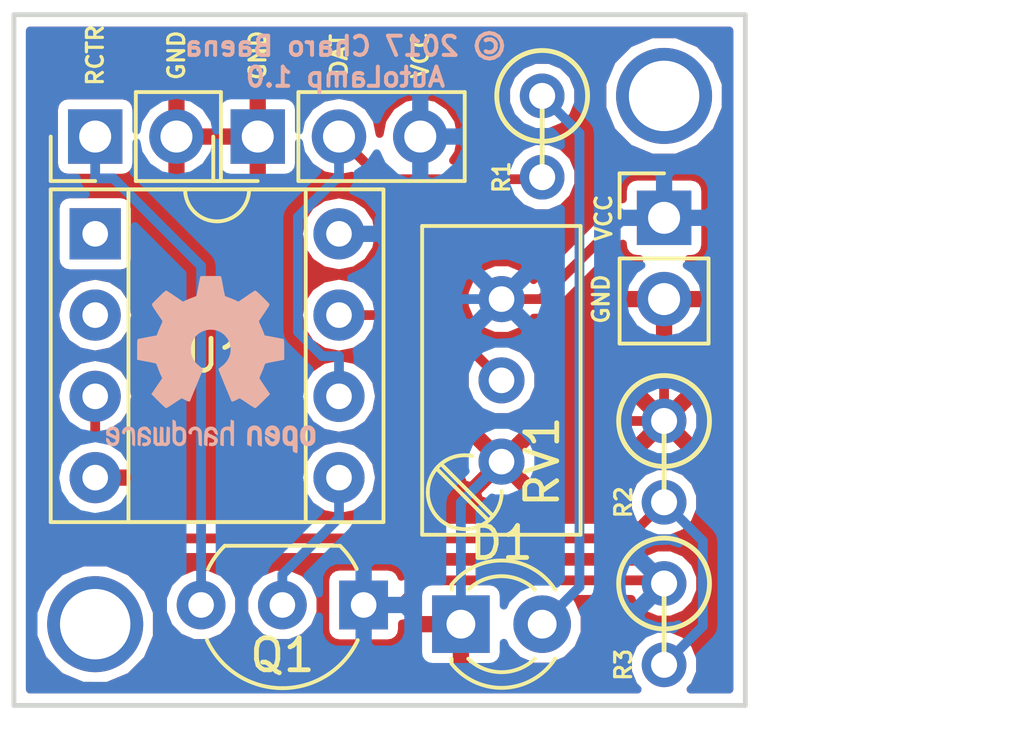
<source format=kicad_pcb>
(kicad_pcb (version 4) (host pcbnew 4.0.6)

  (general
    (links 19)
    (no_connects 0)
    (area 149.784999 100.254999 172.795001 121.995001)
    (thickness 1.6)
    (drawings 12)
    (tracks 64)
    (zones 0)
    (modules 13)
    (nets 11)
  )

  (page A4)
  (layers
    (0 F.Cu mixed)
    (31 B.Cu mixed)
    (36 B.SilkS user)
    (37 F.SilkS user)
    (38 B.Mask user)
    (39 F.Mask user)
    (44 Edge.Cuts user)
    (49 F.Fab user)
  )

  (setup
    (last_trace_width 0.1524)
    (trace_clearance 0.1524)
    (zone_clearance 0.508)
    (zone_45_only no)
    (trace_min 0.1524)
    (segment_width 0.2)
    (edge_width 0.15)
    (via_size 0.6858)
    (via_drill 0.3302)
    (via_min_size 0.6858)
    (via_min_drill 0.3302)
    (uvia_size 0.762)
    (uvia_drill 0.508)
    (uvias_allowed no)
    (uvia_min_size 0)
    (uvia_min_drill 0)
    (pcb_text_width 0.3)
    (pcb_text_size 1.5 1.5)
    (mod_edge_width 0.15)
    (mod_text_size 1 1)
    (mod_text_width 0.15)
    (pad_size 3 3)
    (pad_drill 2.2)
    (pad_to_mask_clearance 0.2)
    (aux_axis_origin 0 0)
    (visible_elements FFFEFF7F)
    (pcbplotparams
      (layerselection 0x00030_80000001)
      (usegerberextensions false)
      (excludeedgelayer true)
      (linewidth 0.100000)
      (plotframeref false)
      (viasonmask false)
      (mode 1)
      (useauxorigin false)
      (hpglpennumber 1)
      (hpglpenspeed 20)
      (hpglpendiameter 15)
      (hpglpenoverlay 2)
      (psnegative false)
      (psa4output false)
      (plotreference true)
      (plotvalue true)
      (plotinvisibletext false)
      (padsonsilk false)
      (subtractmaskfromsilk false)
      (outputformat 1)
      (mirror false)
      (drillshape 1)
      (scaleselection 1)
      (outputdirectory ""))
  )

  (net 0 "")
  (net 1 GND)
  (net 2 "Net-(D1-Pad2)")
  (net 3 VCC)
  (net 4 "Net-(R2-Pad2)")
  (net 5 "Net-(RV1-Pad2)")
  (net 6 "Net-(U1-Pad1)")
  (net 7 "Net-(U1-Pad2)")
  (net 8 "Net-(J2-Pad1)")
  (net 9 /DATA)
  (net 10 "Net-(Q1-Pad2)")

  (net_class Default "Esta es la clase de red por defecto."
    (clearance 0.1524)
    (trace_width 0.1524)
    (via_dia 0.6858)
    (via_drill 0.3302)
    (uvia_dia 0.762)
    (uvia_drill 0.508)
  )

  (net_class big ""
    (clearance 0.3048)
    (trace_width 0.3048)
    (via_dia 0.6858)
    (via_drill 0.3302)
    (uvia_dia 0.762)
    (uvia_drill 0.508)
    (add_net /DATA)
    (add_net GND)
    (add_net "Net-(D1-Pad2)")
    (add_net "Net-(J2-Pad1)")
    (add_net "Net-(Q1-Pad2)")
    (add_net "Net-(R2-Pad2)")
    (add_net "Net-(RV1-Pad2)")
    (add_net "Net-(U1-Pad1)")
    (add_net "Net-(U1-Pad2)")
    (add_net VCC)
  )

  (module Mounting_Holes:MountingHole_2.7mm (layer F.Cu) (tedit 598DF436) (tstamp 59879BF9)
    (at 152.4 119.38)
    (descr "Mounting Hole 2.7mm, no annular")
    (tags "mounting hole 2.7mm no annular")
    (fp_text reference P2 (at 0 -3.7) (layer F.SilkS) hide
      (effects (font (size 1 1) (thickness 0.15)))
    )
    (fp_text value MountingHole_2.7mm (at 0 3.7) (layer F.Fab) hide
      (effects (font (size 1 1) (thickness 0.15)))
    )
    (fp_circle (center 0 0) (end 2.7 0) (layer Cmts.User) (width 0.15))
    (fp_circle (center 0 0) (end 2.95 0) (layer F.CrtYd) (width 0.05))
    (pad "" np_thru_hole circle (at 0 0) (size 3 3) (drill 2.2) (layers *.Cu *.Mask))
  )

  (module Pin_Headers:Pin_Header_Straight_1x02_Pitch2.54mm (layer F.Cu) (tedit 598DF0CF) (tstamp 59B5F002)
    (at 152.4 104.14 90)
    (descr "Through hole straight pin header, 1x02, 2.54mm pitch, single row")
    (tags "Through hole pin header THT 1x02 2.54mm single row")
    (path /59878D10)
    (fp_text reference J2 (at -6.35 0 90) (layer F.SilkS) hide
      (effects (font (size 1 1) (thickness 0.15)))
    )
    (fp_text value Relay (at 0 4.93 90) (layer F.Fab)
      (effects (font (size 1 1) (thickness 0.15)))
    )
    (fp_line (start -1.27 -1.27) (end -1.27 3.81) (layer F.Fab) (width 0.1))
    (fp_line (start -1.27 3.81) (end 1.27 3.81) (layer F.Fab) (width 0.1))
    (fp_line (start 1.27 3.81) (end 1.27 -1.27) (layer F.Fab) (width 0.1))
    (fp_line (start 1.27 -1.27) (end -1.27 -1.27) (layer F.Fab) (width 0.1))
    (fp_line (start -1.39 1.27) (end -1.39 3.93) (layer F.SilkS) (width 0.12))
    (fp_line (start -1.39 3.93) (end 1.39 3.93) (layer F.SilkS) (width 0.12))
    (fp_line (start 1.39 3.93) (end 1.39 1.27) (layer F.SilkS) (width 0.12))
    (fp_line (start 1.39 1.27) (end -1.39 1.27) (layer F.SilkS) (width 0.12))
    (fp_line (start -1.39 0) (end -1.39 -1.39) (layer F.SilkS) (width 0.12))
    (fp_line (start -1.39 -1.39) (end 0 -1.39) (layer F.SilkS) (width 0.12))
    (fp_line (start -1.6 -1.6) (end -1.6 4.1) (layer F.CrtYd) (width 0.05))
    (fp_line (start -1.6 4.1) (end 1.6 4.1) (layer F.CrtYd) (width 0.05))
    (fp_line (start 1.6 4.1) (end 1.6 -1.6) (layer F.CrtYd) (width 0.05))
    (fp_line (start 1.6 -1.6) (end -1.6 -1.6) (layer F.CrtYd) (width 0.05))
    (pad 1 thru_hole rect (at 0 0 90) (size 1.7 1.7) (drill 1) (layers *.Cu *.Mask)
      (net 8 "Net-(J2-Pad1)"))
    (pad 2 thru_hole oval (at 0 2.54 90) (size 1.7 1.7) (drill 1) (layers *.Cu *.Mask)
      (net 1 GND))
    (model Pin_Headers.3dshapes/Pin_Header_Straight_1x02_Pitch2.54mm.wrl
      (at (xyz 0 -0.05 0))
      (scale (xyz 1 1 1))
      (rotate (xyz 0 0 90))
    )
  )

  (module LEDs:LED_D3.0mm (layer F.Cu) (tedit 598DEDD5) (tstamp 5987953F)
    (at 163.83 119.38)
    (descr "LED, diameter 3.0mm, 2 pins")
    (tags "LED diameter 3.0mm 2 pins")
    (path /5984E266)
    (fp_text reference D1 (at 1.27 -2.54) (layer F.SilkS)
      (effects (font (size 1 1) (thickness 0.15)))
    )
    (fp_text value LED (at 1.27 2.96) (layer F.Fab)
      (effects (font (size 1 1) (thickness 0.15)))
    )
    (fp_arc (start 1.27 0) (end -0.23 -1.16619) (angle 284.3) (layer F.Fab) (width 0.1))
    (fp_arc (start 1.27 0) (end -0.29 -1.235516) (angle 108.8) (layer F.SilkS) (width 0.12))
    (fp_arc (start 1.27 0) (end -0.29 1.235516) (angle -108.8) (layer F.SilkS) (width 0.12))
    (fp_arc (start 1.27 0) (end 0.229039 -1.08) (angle 87.9) (layer F.SilkS) (width 0.12))
    (fp_arc (start 1.27 0) (end 0.229039 1.08) (angle -87.9) (layer F.SilkS) (width 0.12))
    (fp_circle (center 1.27 0) (end 2.77 0) (layer F.Fab) (width 0.1))
    (fp_line (start -0.23 -1.16619) (end -0.23 1.16619) (layer F.Fab) (width 0.1))
    (fp_line (start -0.29 -1.236) (end -0.29 -1.08) (layer F.SilkS) (width 0.12))
    (fp_line (start -0.29 1.08) (end -0.29 1.236) (layer F.SilkS) (width 0.12))
    (fp_line (start -1.15 -2.25) (end -1.15 2.25) (layer F.CrtYd) (width 0.05))
    (fp_line (start -1.15 2.25) (end 3.7 2.25) (layer F.CrtYd) (width 0.05))
    (fp_line (start 3.7 2.25) (end 3.7 -2.25) (layer F.CrtYd) (width 0.05))
    (fp_line (start 3.7 -2.25) (end -1.15 -2.25) (layer F.CrtYd) (width 0.05))
    (pad 1 thru_hole rect (at 0 0) (size 1.8 1.8) (drill 0.9) (layers *.Cu *.Mask)
      (net 1 GND))
    (pad 2 thru_hole circle (at 2.54 0) (size 1.8 1.8) (drill 0.9) (layers *.Cu *.Mask)
      (net 2 "Net-(D1-Pad2)"))
    (model LEDs.3dshapes/LED_D3.0mm.wrl
      (at (xyz 0 0 0))
      (scale (xyz 0.393701 0.393701 0.393701))
      (rotate (xyz 0 0 0))
    )
  )

  (module Potentiometers:Potentiometer_Trimmer_Bourns_3296W (layer F.Cu) (tedit 598DED86) (tstamp 5987955F)
    (at 165.1 114.3 270)
    (descr "Spindle Trimmer Potentiometer, Bourns 3296W, https://www.bourns.com/pdfs/3296.pdf")
    (tags "Spindle Trimmer Potentiometer   Bourns 3296W")
    (path /598551E5)
    (fp_text reference RV1 (at 0 -1.27 270) (layer F.SilkS)
      (effects (font (size 1 1) (thickness 0.15)))
    )
    (fp_text value POT (at -2.54 3.67 270) (layer F.Fab)
      (effects (font (size 1 1) (thickness 0.15)))
    )
    (fp_arc (start 0.955 1.15) (end 0.955 2.305) (angle -182) (layer F.SilkS) (width 0.12))
    (fp_arc (start 0.955 1.15) (end -0.174 0.91) (angle -103) (layer F.SilkS) (width 0.12))
    (fp_circle (center 0.955 1.15) (end 2.05 1.15) (layer F.Fab) (width 0.1))
    (fp_line (start -7.305 -2.41) (end -7.305 2.42) (layer F.Fab) (width 0.1))
    (fp_line (start -7.305 2.42) (end 2.225 2.42) (layer F.Fab) (width 0.1))
    (fp_line (start 2.225 2.42) (end 2.225 -2.41) (layer F.Fab) (width 0.1))
    (fp_line (start 2.225 -2.41) (end -7.305 -2.41) (layer F.Fab) (width 0.1))
    (fp_line (start 1.786 0.454) (end 0.259 1.981) (layer F.Fab) (width 0.1))
    (fp_line (start 1.652 0.32) (end 0.125 1.847) (layer F.Fab) (width 0.1))
    (fp_line (start -7.365 -2.47) (end 2.285 -2.47) (layer F.SilkS) (width 0.12))
    (fp_line (start -7.365 2.481) (end 2.285 2.481) (layer F.SilkS) (width 0.12))
    (fp_line (start -7.365 -2.47) (end -7.365 2.481) (layer F.SilkS) (width 0.12))
    (fp_line (start 2.285 -2.47) (end 2.285 2.481) (layer F.SilkS) (width 0.12))
    (fp_line (start 1.831 0.416) (end 0.22 2.026) (layer F.SilkS) (width 0.12))
    (fp_line (start 1.691 0.275) (end 0.079 1.885) (layer F.SilkS) (width 0.12))
    (fp_line (start -7.6 -2.7) (end -7.6 2.7) (layer F.CrtYd) (width 0.05))
    (fp_line (start -7.6 2.7) (end 2.5 2.7) (layer F.CrtYd) (width 0.05))
    (fp_line (start 2.5 2.7) (end 2.5 -2.7) (layer F.CrtYd) (width 0.05))
    (fp_line (start 2.5 -2.7) (end -7.6 -2.7) (layer F.CrtYd) (width 0.05))
    (pad 1 thru_hole circle (at 0 0 270) (size 1.44 1.44) (drill 0.8) (layers *.Cu *.Mask)
      (net 1 GND))
    (pad 2 thru_hole circle (at -2.54 0 270) (size 1.44 1.44) (drill 0.8) (layers *.Cu *.Mask)
      (net 5 "Net-(RV1-Pad2)"))
    (pad 3 thru_hole circle (at -5.08 0 270) (size 1.44 1.44) (drill 0.8) (layers *.Cu *.Mask)
      (net 3 VCC))
    (model Potentiometers.3dshapes/Potentiometer_Trimmer_Bourns_3296W.wrl
      (at (xyz 0 0 0))
      (scale (xyz 1 1 1))
      (rotate (xyz 0 0 -90))
    )
  )

  (module Housings_DIP:DIP-8_W7.62mm_Socket (layer F.Cu) (tedit 598DED4A) (tstamp 5987956B)
    (at 152.4 107.18)
    (descr "8-lead dip package, row spacing 7.62 mm (300 mils), Socket")
    (tags "DIL DIP PDIP 2.54mm 7.62mm 300mil Socket")
    (path /5984E02A)
    (fp_text reference U1 (at 3.81 3.81) (layer F.SilkS)
      (effects (font (size 1 1) (thickness 0.15)))
    )
    (fp_text value ATTINY85-20PU (at 3.81 10.01) (layer F.Fab) hide
      (effects (font (size 1 1) (thickness 0.15)))
    )
    (fp_arc (start 3.81 -1.39) (end 2.81 -1.39) (angle -180) (layer F.SilkS) (width 0.12))
    (fp_line (start 1.635 -1.27) (end 6.985 -1.27) (layer F.Fab) (width 0.1))
    (fp_line (start 6.985 -1.27) (end 6.985 8.89) (layer F.Fab) (width 0.1))
    (fp_line (start 6.985 8.89) (end 0.635 8.89) (layer F.Fab) (width 0.1))
    (fp_line (start 0.635 8.89) (end 0.635 -0.27) (layer F.Fab) (width 0.1))
    (fp_line (start 0.635 -0.27) (end 1.635 -1.27) (layer F.Fab) (width 0.1))
    (fp_line (start -1.27 -1.27) (end -1.27 8.89) (layer F.Fab) (width 0.1))
    (fp_line (start -1.27 8.89) (end 8.89 8.89) (layer F.Fab) (width 0.1))
    (fp_line (start 8.89 8.89) (end 8.89 -1.27) (layer F.Fab) (width 0.1))
    (fp_line (start 8.89 -1.27) (end -1.27 -1.27) (layer F.Fab) (width 0.1))
    (fp_line (start 2.81 -1.39) (end 1.04 -1.39) (layer F.SilkS) (width 0.12))
    (fp_line (start 1.04 -1.39) (end 1.04 9.01) (layer F.SilkS) (width 0.12))
    (fp_line (start 1.04 9.01) (end 6.58 9.01) (layer F.SilkS) (width 0.12))
    (fp_line (start 6.58 9.01) (end 6.58 -1.39) (layer F.SilkS) (width 0.12))
    (fp_line (start 6.58 -1.39) (end 4.81 -1.39) (layer F.SilkS) (width 0.12))
    (fp_line (start -1.39 -1.39) (end -1.39 9.01) (layer F.SilkS) (width 0.12))
    (fp_line (start -1.39 9.01) (end 9.01 9.01) (layer F.SilkS) (width 0.12))
    (fp_line (start 9.01 9.01) (end 9.01 -1.39) (layer F.SilkS) (width 0.12))
    (fp_line (start 9.01 -1.39) (end -1.39 -1.39) (layer F.SilkS) (width 0.12))
    (fp_line (start -1.7 -1.7) (end -1.7 9.3) (layer F.CrtYd) (width 0.05))
    (fp_line (start -1.7 9.3) (end 9.3 9.3) (layer F.CrtYd) (width 0.05))
    (fp_line (start 9.3 9.3) (end 9.3 -1.7) (layer F.CrtYd) (width 0.05))
    (fp_line (start 9.3 -1.7) (end -1.7 -1.7) (layer F.CrtYd) (width 0.05))
    (pad 1 thru_hole rect (at 0 0) (size 1.6 1.6) (drill 0.8) (layers *.Cu *.Mask)
      (net 6 "Net-(U1-Pad1)"))
    (pad 5 thru_hole oval (at 7.62 7.62) (size 1.6 1.6) (drill 0.8) (layers *.Cu *.Mask)
      (net 10 "Net-(Q1-Pad2)"))
    (pad 2 thru_hole oval (at 0 2.54) (size 1.6 1.6) (drill 0.8) (layers *.Cu *.Mask)
      (net 7 "Net-(U1-Pad2)"))
    (pad 6 thru_hole oval (at 7.62 5.08) (size 1.6 1.6) (drill 0.8) (layers *.Cu *.Mask)
      (net 9 /DATA))
    (pad 3 thru_hole oval (at 0 5.08) (size 1.6 1.6) (drill 0.8) (layers *.Cu *.Mask)
      (net 4 "Net-(R2-Pad2)"))
    (pad 7 thru_hole oval (at 7.62 2.54) (size 1.6 1.6) (drill 0.8) (layers *.Cu *.Mask)
      (net 5 "Net-(RV1-Pad2)"))
    (pad 4 thru_hole oval (at 0 7.62) (size 1.6 1.6) (drill 0.8) (layers *.Cu *.Mask)
      (net 1 GND))
    (pad 8 thru_hole oval (at 7.62 0) (size 1.6 1.6) (drill 0.8) (layers *.Cu *.Mask)
      (net 3 VCC))
    (model Housings_DIP.3dshapes/DIP-8_W7.62mm_Socket.wrl
      (at (xyz 0 0 0))
      (scale (xyz 1 1 1))
      (rotate (xyz 0 0 0))
    )
  )

  (module Pin_Headers:Pin_Header_Straight_1x02_Pitch2.54mm (layer F.Cu) (tedit 598DF0CC) (tstamp 598795AF)
    (at 170.18 106.68)
    (descr "Through hole straight pin header, 1x02, 2.54mm pitch, single row")
    (tags "Through hole pin header THT 1x02 2.54mm single row")
    (path /5985D4E6)
    (fp_text reference J1 (at 6.35 1.27) (layer F.SilkS) hide
      (effects (font (size 1 1) (thickness 0.15)))
    )
    (fp_text value Trafo (at 0 4.93) (layer F.Fab)
      (effects (font (size 1 1) (thickness 0.15)))
    )
    (fp_line (start -1.27 -1.27) (end -1.27 3.81) (layer F.Fab) (width 0.1))
    (fp_line (start -1.27 3.81) (end 1.27 3.81) (layer F.Fab) (width 0.1))
    (fp_line (start 1.27 3.81) (end 1.27 -1.27) (layer F.Fab) (width 0.1))
    (fp_line (start 1.27 -1.27) (end -1.27 -1.27) (layer F.Fab) (width 0.1))
    (fp_line (start -1.39 1.27) (end -1.39 3.93) (layer F.SilkS) (width 0.12))
    (fp_line (start -1.39 3.93) (end 1.39 3.93) (layer F.SilkS) (width 0.12))
    (fp_line (start 1.39 3.93) (end 1.39 1.27) (layer F.SilkS) (width 0.12))
    (fp_line (start 1.39 1.27) (end -1.39 1.27) (layer F.SilkS) (width 0.12))
    (fp_line (start -1.39 0) (end -1.39 -1.39) (layer F.SilkS) (width 0.12))
    (fp_line (start -1.39 -1.39) (end 0 -1.39) (layer F.SilkS) (width 0.12))
    (fp_line (start -1.6 -1.6) (end -1.6 4.1) (layer F.CrtYd) (width 0.05))
    (fp_line (start -1.6 4.1) (end 1.6 4.1) (layer F.CrtYd) (width 0.05))
    (fp_line (start 1.6 4.1) (end 1.6 -1.6) (layer F.CrtYd) (width 0.05))
    (fp_line (start 1.6 -1.6) (end -1.6 -1.6) (layer F.CrtYd) (width 0.05))
    (pad 1 thru_hole rect (at 0 0) (size 1.7 1.7) (drill 1) (layers *.Cu *.Mask)
      (net 3 VCC))
    (pad 2 thru_hole oval (at 0 2.54) (size 1.7 1.7) (drill 1) (layers *.Cu *.Mask)
      (net 1 GND))
    (model Pin_Headers.3dshapes/Pin_Header_Straight_1x02_Pitch2.54mm.wrl
      (at (xyz 0 -0.05 0))
      (scale (xyz 1 1 1))
      (rotate (xyz 0 0 90))
    )
  )

  (module Pin_Headers:Pin_Header_Straight_1x03_Pitch2.54mm (layer F.Cu) (tedit 598DF0C9) (tstamp 598795CA)
    (at 157.48 104.14 90)
    (descr "Through hole straight pin header, 1x03, 2.54mm pitch, single row")
    (tags "Through hole pin header THT 1x03 2.54mm single row")
    (path /59878D73)
    (fp_text reference J3 (at 6.35 1.27 90) (layer F.SilkS) hide
      (effects (font (size 1 1) (thickness 0.15)))
    )
    (fp_text value "Sensor PIR" (at 0 7.47 90) (layer F.Fab)
      (effects (font (size 1 1) (thickness 0.15)))
    )
    (fp_line (start -1.27 -1.27) (end -1.27 6.35) (layer F.Fab) (width 0.1))
    (fp_line (start -1.27 6.35) (end 1.27 6.35) (layer F.Fab) (width 0.1))
    (fp_line (start 1.27 6.35) (end 1.27 -1.27) (layer F.Fab) (width 0.1))
    (fp_line (start 1.27 -1.27) (end -1.27 -1.27) (layer F.Fab) (width 0.1))
    (fp_line (start -1.39 1.27) (end -1.39 6.47) (layer F.SilkS) (width 0.12))
    (fp_line (start -1.39 6.47) (end 1.39 6.47) (layer F.SilkS) (width 0.12))
    (fp_line (start 1.39 6.47) (end 1.39 1.27) (layer F.SilkS) (width 0.12))
    (fp_line (start 1.39 1.27) (end -1.39 1.27) (layer F.SilkS) (width 0.12))
    (fp_line (start -1.39 0) (end -1.39 -1.39) (layer F.SilkS) (width 0.12))
    (fp_line (start -1.39 -1.39) (end 0 -1.39) (layer F.SilkS) (width 0.12))
    (fp_line (start -1.6 -1.6) (end -1.6 6.6) (layer F.CrtYd) (width 0.05))
    (fp_line (start -1.6 6.6) (end 1.6 6.6) (layer F.CrtYd) (width 0.05))
    (fp_line (start 1.6 6.6) (end 1.6 -1.6) (layer F.CrtYd) (width 0.05))
    (fp_line (start 1.6 -1.6) (end -1.6 -1.6) (layer F.CrtYd) (width 0.05))
    (pad 1 thru_hole rect (at 0 0 90) (size 1.7 1.7) (drill 1) (layers *.Cu *.Mask)
      (net 1 GND))
    (pad 2 thru_hole oval (at 0 2.54 90) (size 1.7 1.7) (drill 1) (layers *.Cu *.Mask)
      (net 9 /DATA))
    (pad 3 thru_hole oval (at 0 5.08 90) (size 1.7 1.7) (drill 1) (layers *.Cu *.Mask)
      (net 3 VCC))
    (model Pin_Headers.3dshapes/Pin_Header_Straight_1x03_Pitch2.54mm.wrl
      (at (xyz 0 -0.1 0))
      (scale (xyz 1 1 1))
      (rotate (xyz 0 0 90))
    )
  )

  (module Mounting_Holes:MountingHole_2.2mm_M2_Pad (layer F.Cu) (tedit 598DF812) (tstamp 599D7EB1)
    (at 170.18 102.87)
    (descr "Mounting Hole 2.2mm, M2")
    (tags "mounting hole 2.2mm m2")
    (fp_text reference P7 (at 0 -3.2) (layer F.SilkS) hide
      (effects (font (size 1 1) (thickness 0.15)))
    )
    (fp_text value MountingHole_2.2mm_M2_Pad (at 0 3.2) (layer F.Fab)
      (effects (font (size 1 1) (thickness 0.15)))
    )
    (fp_circle (center 0 0) (end 2.2 0) (layer Cmts.User) (width 0.15))
    (fp_circle (center 0 0) (end 2.45 0) (layer F.CrtYd) (width 0.05))
    (pad 1 thru_hole circle (at 0 0) (size 3 3) (drill 2.2) (layers *.Cu *.Mask))
  )

  (module Discret:R1 (layer F.Cu) (tedit 598DFE0F) (tstamp 59879552)
    (at 170.18 114.3 270)
    (descr "Resistance verticale")
    (tags R)
    (path /5984E37B)
    (fp_text reference R2 (at 1.27 1.27 270) (layer F.SilkS)
      (effects (font (size 0.5 0.5) (thickness 0.1)))
    )
    (fp_text value "R 10K" (at -1.143 2.54 270) (layer F.Fab)
      (effects (font (size 1 1) (thickness 0.15)))
    )
    (fp_line (start -1.27 0) (end 1.27 0) (layer F.SilkS) (width 0.15))
    (fp_circle (center -1.27 0) (end -0.635 1.27) (layer F.SilkS) (width 0.15))
    (pad 1 thru_hole circle (at -1.27 0 270) (size 1.397 1.397) (drill 0.8128) (layers *.Cu *.Mask)
      (net 1 GND))
    (pad 2 thru_hole circle (at 1.27 0 270) (size 1.397 1.397) (drill 0.8128) (layers *.Cu *.Mask)
      (net 4 "Net-(R2-Pad2)"))
    (model Discret.3dshapes/R1.wrl
      (at (xyz 0 0 0))
      (scale (xyz 1 1 1))
      (rotate (xyz 0 0 0))
    )
  )

  (module Discret:R1 (layer F.Cu) (tedit 598DFE4A) (tstamp 5987954C)
    (at 166.37 104.14 270)
    (descr "Resistance verticale")
    (tags R)
    (path /5984E32A)
    (fp_text reference R1 (at 1.27 1.27 270) (layer F.SilkS)
      (effects (font (size 0.5 0.5) (thickness 0.1)))
    )
    (fp_text value "R 150" (at -1.143 2.54 270) (layer F.Fab)
      (effects (font (size 1 1) (thickness 0.15)))
    )
    (fp_line (start -1.27 0) (end 1.27 0) (layer F.SilkS) (width 0.15))
    (fp_circle (center -1.27 0) (end -0.635 1.27) (layer F.SilkS) (width 0.15))
    (pad 1 thru_hole circle (at -1.27 0 270) (size 1.397 1.397) (drill 0.8128) (layers *.Cu *.Mask)
      (net 2 "Net-(D1-Pad2)"))
    (pad 2 thru_hole circle (at 1.27 0 270) (size 1.397 1.397) (drill 0.8128) (layers *.Cu *.Mask)
      (net 9 /DATA))
    (model Discret.3dshapes/R1.wrl
      (at (xyz 0 0 0))
      (scale (xyz 1 1 1))
      (rotate (xyz 0 0 0))
    )
  )

  (module Discret:R1 (layer F.Cu) (tedit 598E0282) (tstamp 59ACEB92)
    (at 170.18 119.38 270)
    (descr "Resistance verticale")
    (tags R)
    (path /5984E182)
    (fp_text reference R3 (at 1.27 1.27 270) (layer F.SilkS)
      (effects (font (size 0.5 0.5) (thickness 0.1)))
    )
    (fp_text value R_PHOTO (at -1.143 2.54 270) (layer F.Fab)
      (effects (font (size 1 1) (thickness 0.15)))
    )
    (fp_line (start -1.27 0) (end 1.27 0) (layer F.SilkS) (width 0.15))
    (fp_circle (center -1.27 0) (end -0.635 1.27) (layer F.SilkS) (width 0.15))
    (pad 1 thru_hole circle (at -1.27 0 270) (size 1.397 1.397) (drill 0.8128) (layers *.Cu *.Mask)
      (net 3 VCC))
    (pad 2 thru_hole circle (at 1.27 0 270) (size 1.397 1.397) (drill 0.8128) (layers *.Cu *.Mask)
      (net 4 "Net-(R2-Pad2)"))
    (model Discret.3dshapes/R1.wrl
      (at (xyz 0 0 0))
      (scale (xyz 1 1 1))
      (rotate (xyz 0 0 0))
    )
  )

  (module Symbols:OSHW-Logo2_7.3x6mm_SilkScreen (layer B.Cu) (tedit 598E05F6) (tstamp 59B51678)
    (at 156.01 111.26 180)
    (descr "Open Source Hardware Symbol")
    (tags "Logo Symbol OSHW")
    (attr virtual)
    (fp_text reference L0 (at 0 0 180) (layer B.SilkS) hide
      (effects (font (size 1 1) (thickness 0.15)) (justify mirror))
    )
    (fp_text value OSHW-Logo2_7.3x6mm_SilkScreen (at 0.75 0 180) (layer B.Fab) hide
      (effects (font (size 1 1) (thickness 0.15)) (justify mirror))
    )
    (fp_poly (pts (xy -2.400256 -1.919918) (xy -2.344799 -1.947568) (xy -2.295852 -1.99848) (xy -2.282371 -2.017338)
      (xy -2.267686 -2.042015) (xy -2.258158 -2.068816) (xy -2.252707 -2.104587) (xy -2.250253 -2.156169)
      (xy -2.249714 -2.224267) (xy -2.252148 -2.317588) (xy -2.260606 -2.387657) (xy -2.276826 -2.439931)
      (xy -2.302546 -2.479869) (xy -2.339503 -2.512929) (xy -2.342218 -2.514886) (xy -2.37864 -2.534908)
      (xy -2.422498 -2.544815) (xy -2.478276 -2.547257) (xy -2.568952 -2.547257) (xy -2.56899 -2.635283)
      (xy -2.569834 -2.684308) (xy -2.574976 -2.713065) (xy -2.588413 -2.730311) (xy -2.614142 -2.744808)
      (xy -2.620321 -2.747769) (xy -2.649236 -2.761648) (xy -2.671624 -2.770414) (xy -2.688271 -2.771171)
      (xy -2.699964 -2.761023) (xy -2.70749 -2.737073) (xy -2.711634 -2.696426) (xy -2.713185 -2.636186)
      (xy -2.712929 -2.553455) (xy -2.711651 -2.445339) (xy -2.711252 -2.413) (xy -2.709815 -2.301524)
      (xy -2.708528 -2.228603) (xy -2.569029 -2.228603) (xy -2.568245 -2.290499) (xy -2.56476 -2.330997)
      (xy -2.556876 -2.357708) (xy -2.542895 -2.378244) (xy -2.533403 -2.38826) (xy -2.494596 -2.417567)
      (xy -2.460237 -2.419952) (xy -2.424784 -2.39575) (xy -2.423886 -2.394857) (xy -2.409461 -2.376153)
      (xy -2.400687 -2.350732) (xy -2.396261 -2.311584) (xy -2.394882 -2.251697) (xy -2.394857 -2.23843)
      (xy -2.398188 -2.155901) (xy -2.409031 -2.098691) (xy -2.42866 -2.063766) (xy -2.45835 -2.048094)
      (xy -2.475509 -2.046514) (xy -2.516234 -2.053926) (xy -2.544168 -2.07833) (xy -2.560983 -2.12298)
      (xy -2.56835 -2.19113) (xy -2.569029 -2.228603) (xy -2.708528 -2.228603) (xy -2.708292 -2.215245)
      (xy -2.706323 -2.150333) (xy -2.70355 -2.102958) (xy -2.699612 -2.06929) (xy -2.694151 -2.045498)
      (xy -2.686808 -2.027753) (xy -2.677223 -2.012224) (xy -2.673113 -2.006381) (xy -2.618595 -1.951185)
      (xy -2.549664 -1.91989) (xy -2.469928 -1.911165) (xy -2.400256 -1.919918)) (layer B.SilkS) (width 0.01))
    (fp_poly (pts (xy -1.283907 -1.92778) (xy -1.237328 -1.954723) (xy -1.204943 -1.981466) (xy -1.181258 -2.009484)
      (xy -1.164941 -2.043748) (xy -1.154661 -2.089227) (xy -1.149086 -2.150892) (xy -1.146884 -2.233711)
      (xy -1.146629 -2.293246) (xy -1.146629 -2.512391) (xy -1.208314 -2.540044) (xy -1.27 -2.567697)
      (xy -1.277257 -2.32767) (xy -1.280256 -2.238028) (xy -1.283402 -2.172962) (xy -1.287299 -2.128026)
      (xy -1.292553 -2.09877) (xy -1.299769 -2.080748) (xy -1.30955 -2.069511) (xy -1.312688 -2.067079)
      (xy -1.360239 -2.048083) (xy -1.408303 -2.0556) (xy -1.436914 -2.075543) (xy -1.448553 -2.089675)
      (xy -1.456609 -2.10822) (xy -1.461729 -2.136334) (xy -1.464559 -2.179173) (xy -1.465744 -2.241895)
      (xy -1.465943 -2.307261) (xy -1.465982 -2.389268) (xy -1.467386 -2.447316) (xy -1.472086 -2.486465)
      (xy -1.482013 -2.51178) (xy -1.499097 -2.528323) (xy -1.525268 -2.541156) (xy -1.560225 -2.554491)
      (xy -1.598404 -2.569007) (xy -1.593859 -2.311389) (xy -1.592029 -2.218519) (xy -1.589888 -2.149889)
      (xy -1.586819 -2.100711) (xy -1.582206 -2.066198) (xy -1.575432 -2.041562) (xy -1.565881 -2.022016)
      (xy -1.554366 -2.00477) (xy -1.49881 -1.94968) (xy -1.43102 -1.917822) (xy -1.357287 -1.910191)
      (xy -1.283907 -1.92778)) (layer B.SilkS) (width 0.01))
    (fp_poly (pts (xy -2.958885 -1.921962) (xy -2.890855 -1.957733) (xy -2.840649 -2.015301) (xy -2.822815 -2.052312)
      (xy -2.808937 -2.107882) (xy -2.801833 -2.178096) (xy -2.80116 -2.254727) (xy -2.806573 -2.329552)
      (xy -2.81773 -2.394342) (xy -2.834286 -2.440873) (xy -2.839374 -2.448887) (xy -2.899645 -2.508707)
      (xy -2.971231 -2.544535) (xy -3.048908 -2.55502) (xy -3.127452 -2.53881) (xy -3.149311 -2.529092)
      (xy -3.191878 -2.499143) (xy -3.229237 -2.459433) (xy -3.232768 -2.454397) (xy -3.247119 -2.430124)
      (xy -3.256606 -2.404178) (xy -3.26221 -2.370022) (xy -3.264914 -2.321119) (xy -3.265701 -2.250935)
      (xy -3.265714 -2.2352) (xy -3.265678 -2.230192) (xy -3.120571 -2.230192) (xy -3.119727 -2.29643)
      (xy -3.116404 -2.340386) (xy -3.109417 -2.368779) (xy -3.097584 -2.388325) (xy -3.091543 -2.394857)
      (xy -3.056814 -2.41968) (xy -3.023097 -2.418548) (xy -2.989005 -2.397016) (xy -2.968671 -2.374029)
      (xy -2.956629 -2.340478) (xy -2.949866 -2.287569) (xy -2.949402 -2.281399) (xy -2.948248 -2.185513)
      (xy -2.960312 -2.114299) (xy -2.98543 -2.068194) (xy -3.02344 -2.047635) (xy -3.037008 -2.046514)
      (xy -3.072636 -2.052152) (xy -3.097006 -2.071686) (xy -3.111907 -2.109042) (xy -3.119125 -2.16815)
      (xy -3.120571 -2.230192) (xy -3.265678 -2.230192) (xy -3.265174 -2.160413) (xy -3.262904 -2.108159)
      (xy -3.257932 -2.071949) (xy -3.249287 -2.045299) (xy -3.235995 -2.021722) (xy -3.233057 -2.017338)
      (xy -3.183687 -1.958249) (xy -3.129891 -1.923947) (xy -3.064398 -1.910331) (xy -3.042158 -1.909665)
      (xy -2.958885 -1.921962)) (layer B.SilkS) (width 0.01))
    (fp_poly (pts (xy -1.831697 -1.931239) (xy -1.774473 -1.969735) (xy -1.730251 -2.025335) (xy -1.703833 -2.096086)
      (xy -1.69849 -2.148162) (xy -1.699097 -2.169893) (xy -1.704178 -2.186531) (xy -1.718145 -2.201437)
      (xy -1.745411 -2.217973) (xy -1.790388 -2.239498) (xy -1.857489 -2.269374) (xy -1.857829 -2.269524)
      (xy -1.919593 -2.297813) (xy -1.970241 -2.322933) (xy -2.004596 -2.342179) (xy -2.017482 -2.352848)
      (xy -2.017486 -2.352934) (xy -2.006128 -2.376166) (xy -1.979569 -2.401774) (xy -1.949077 -2.420221)
      (xy -1.93363 -2.423886) (xy -1.891485 -2.411212) (xy -1.855192 -2.379471) (xy -1.837483 -2.344572)
      (xy -1.820448 -2.318845) (xy -1.787078 -2.289546) (xy -1.747851 -2.264235) (xy -1.713244 -2.250471)
      (xy -1.706007 -2.249714) (xy -1.697861 -2.26216) (xy -1.69737 -2.293972) (xy -1.703357 -2.336866)
      (xy -1.714643 -2.382558) (xy -1.73005 -2.422761) (xy -1.730829 -2.424322) (xy -1.777196 -2.489062)
      (xy -1.837289 -2.533097) (xy -1.905535 -2.554711) (xy -1.976362 -2.552185) (xy -2.044196 -2.523804)
      (xy -2.047212 -2.521808) (xy -2.100573 -2.473448) (xy -2.13566 -2.410352) (xy -2.155078 -2.327387)
      (xy -2.157684 -2.304078) (xy -2.162299 -2.194055) (xy -2.156767 -2.142748) (xy -2.017486 -2.142748)
      (xy -2.015676 -2.174753) (xy -2.005778 -2.184093) (xy -1.981102 -2.177105) (xy -1.942205 -2.160587)
      (xy -1.898725 -2.139881) (xy -1.897644 -2.139333) (xy -1.860791 -2.119949) (xy -1.846 -2.107013)
      (xy -1.849647 -2.093451) (xy -1.865005 -2.075632) (xy -1.904077 -2.049845) (xy -1.946154 -2.04795)
      (xy -1.983897 -2.066717) (xy -2.009966 -2.102915) (xy -2.017486 -2.142748) (xy -2.156767 -2.142748)
      (xy -2.152806 -2.106027) (xy -2.12845 -2.036212) (xy -2.094544 -1.987302) (xy -2.033347 -1.937878)
      (xy -1.965937 -1.913359) (xy -1.89712 -1.911797) (xy -1.831697 -1.931239)) (layer B.SilkS) (width 0.01))
    (fp_poly (pts (xy -0.624114 -1.851289) (xy -0.619861 -1.910613) (xy -0.614975 -1.945572) (xy -0.608205 -1.96082)
      (xy -0.598298 -1.961015) (xy -0.595086 -1.959195) (xy -0.552356 -1.946015) (xy -0.496773 -1.946785)
      (xy -0.440263 -1.960333) (xy -0.404918 -1.977861) (xy -0.368679 -2.005861) (xy -0.342187 -2.037549)
      (xy -0.324001 -2.077813) (xy -0.312678 -2.131543) (xy -0.306778 -2.203626) (xy -0.304857 -2.298951)
      (xy -0.304823 -2.317237) (xy -0.3048 -2.522646) (xy -0.350509 -2.53858) (xy -0.382973 -2.54942)
      (xy -0.400785 -2.554468) (xy -0.401309 -2.554514) (xy -0.403063 -2.540828) (xy -0.404556 -2.503076)
      (xy -0.405674 -2.446224) (xy -0.406303 -2.375234) (xy -0.4064 -2.332073) (xy -0.406602 -2.246973)
      (xy -0.407642 -2.185981) (xy -0.410169 -2.144177) (xy -0.414836 -2.116642) (xy -0.422293 -2.098456)
      (xy -0.433189 -2.084698) (xy -0.439993 -2.078073) (xy -0.486728 -2.051375) (xy -0.537728 -2.049375)
      (xy -0.583999 -2.071955) (xy -0.592556 -2.080107) (xy -0.605107 -2.095436) (xy -0.613812 -2.113618)
      (xy -0.619369 -2.139909) (xy -0.622474 -2.179562) (xy -0.623824 -2.237832) (xy -0.624114 -2.318173)
      (xy -0.624114 -2.522646) (xy -0.669823 -2.53858) (xy -0.702287 -2.54942) (xy -0.720099 -2.554468)
      (xy -0.720623 -2.554514) (xy -0.721963 -2.540623) (xy -0.723172 -2.501439) (xy -0.724199 -2.4407)
      (xy -0.724998 -2.362141) (xy -0.725519 -2.269498) (xy -0.725714 -2.166509) (xy -0.725714 -1.769342)
      (xy -0.678543 -1.749444) (xy -0.631371 -1.729547) (xy -0.624114 -1.851289)) (layer B.SilkS) (width 0.01))
    (fp_poly (pts (xy 0.039744 -1.950968) (xy 0.096616 -1.972087) (xy 0.097267 -1.972493) (xy 0.13244 -1.99838)
      (xy 0.158407 -2.028633) (xy 0.17667 -2.068058) (xy 0.188732 -2.121462) (xy 0.196096 -2.193651)
      (xy 0.200264 -2.289432) (xy 0.200629 -2.303078) (xy 0.205876 -2.508842) (xy 0.161716 -2.531678)
      (xy 0.129763 -2.54711) (xy 0.11047 -2.554423) (xy 0.109578 -2.554514) (xy 0.106239 -2.541022)
      (xy 0.103587 -2.504626) (xy 0.101956 -2.451452) (xy 0.1016 -2.408393) (xy 0.101592 -2.338641)
      (xy 0.098403 -2.294837) (xy 0.087288 -2.273944) (xy 0.063501 -2.272925) (xy 0.022296 -2.288741)
      (xy -0.039914 -2.317815) (xy -0.085659 -2.341963) (xy -0.109187 -2.362913) (xy -0.116104 -2.385747)
      (xy -0.116114 -2.386877) (xy -0.104701 -2.426212) (xy -0.070908 -2.447462) (xy -0.019191 -2.450539)
      (xy 0.018061 -2.450006) (xy 0.037703 -2.460735) (xy 0.049952 -2.486505) (xy 0.057002 -2.519337)
      (xy 0.046842 -2.537966) (xy 0.043017 -2.540632) (xy 0.007001 -2.55134) (xy -0.043434 -2.552856)
      (xy -0.095374 -2.545759) (xy -0.132178 -2.532788) (xy -0.183062 -2.489585) (xy -0.211986 -2.429446)
      (xy -0.217714 -2.382462) (xy -0.213343 -2.340082) (xy -0.197525 -2.305488) (xy -0.166203 -2.274763)
      (xy -0.115322 -2.24399) (xy -0.040824 -2.209252) (xy -0.036286 -2.207288) (xy 0.030821 -2.176287)
      (xy 0.072232 -2.150862) (xy 0.089981 -2.128014) (xy 0.086107 -2.104745) (xy 0.062643 -2.078056)
      (xy 0.055627 -2.071914) (xy 0.00863 -2.0481) (xy -0.040067 -2.049103) (xy -0.082478 -2.072451)
      (xy -0.110616 -2.115675) (xy -0.113231 -2.12416) (xy -0.138692 -2.165308) (xy -0.170999 -2.185128)
      (xy -0.217714 -2.20477) (xy -0.217714 -2.15395) (xy -0.203504 -2.080082) (xy -0.161325 -2.012327)
      (xy -0.139376 -1.989661) (xy -0.089483 -1.960569) (xy -0.026033 -1.9474) (xy 0.039744 -1.950968)) (layer B.SilkS) (width 0.01))
    (fp_poly (pts (xy 0.529926 -1.949755) (xy 0.595858 -1.974084) (xy 0.649273 -2.017117) (xy 0.670164 -2.047409)
      (xy 0.692939 -2.102994) (xy 0.692466 -2.143186) (xy 0.668562 -2.170217) (xy 0.659717 -2.174813)
      (xy 0.62153 -2.189144) (xy 0.602028 -2.185472) (xy 0.595422 -2.161407) (xy 0.595086 -2.148114)
      (xy 0.582992 -2.09921) (xy 0.551471 -2.064999) (xy 0.507659 -2.048476) (xy 0.458695 -2.052634)
      (xy 0.418894 -2.074227) (xy 0.40545 -2.086544) (xy 0.395921 -2.101487) (xy 0.389485 -2.124075)
      (xy 0.385317 -2.159328) (xy 0.382597 -2.212266) (xy 0.380502 -2.287907) (xy 0.37996 -2.311857)
      (xy 0.377981 -2.39379) (xy 0.375731 -2.451455) (xy 0.372357 -2.489608) (xy 0.367006 -2.513004)
      (xy 0.358824 -2.526398) (xy 0.346959 -2.534545) (xy 0.339362 -2.538144) (xy 0.307102 -2.550452)
      (xy 0.288111 -2.554514) (xy 0.281836 -2.540948) (xy 0.278006 -2.499934) (xy 0.2766 -2.430999)
      (xy 0.277598 -2.333669) (xy 0.277908 -2.318657) (xy 0.280101 -2.229859) (xy 0.282693 -2.165019)
      (xy 0.286382 -2.119067) (xy 0.291864 -2.086935) (xy 0.299835 -2.063553) (xy 0.310993 -2.043852)
      (xy 0.31683 -2.03541) (xy 0.350296 -1.998057) (xy 0.387727 -1.969003) (xy 0.392309 -1.966467)
      (xy 0.459426 -1.946443) (xy 0.529926 -1.949755)) (layer B.SilkS) (width 0.01))
    (fp_poly (pts (xy 1.190117 -2.065358) (xy 1.189933 -2.173837) (xy 1.189219 -2.257287) (xy 1.187675 -2.319704)
      (xy 1.185001 -2.365085) (xy 1.180894 -2.397429) (xy 1.175055 -2.420733) (xy 1.167182 -2.438995)
      (xy 1.161221 -2.449418) (xy 1.111855 -2.505945) (xy 1.049264 -2.541377) (xy 0.980013 -2.55409)
      (xy 0.910668 -2.542463) (xy 0.869375 -2.521568) (xy 0.826025 -2.485422) (xy 0.796481 -2.441276)
      (xy 0.778655 -2.383462) (xy 0.770463 -2.306313) (xy 0.769302 -2.249714) (xy 0.769458 -2.245647)
      (xy 0.870857 -2.245647) (xy 0.871476 -2.31055) (xy 0.874314 -2.353514) (xy 0.88084 -2.381622)
      (xy 0.892523 -2.401953) (xy 0.906483 -2.417288) (xy 0.953365 -2.44689) (xy 1.003701 -2.449419)
      (xy 1.051276 -2.424705) (xy 1.054979 -2.421356) (xy 1.070783 -2.403935) (xy 1.080693 -2.383209)
      (xy 1.086058 -2.352362) (xy 1.088228 -2.304577) (xy 1.088571 -2.251748) (xy 1.087827 -2.185381)
      (xy 1.084748 -2.141106) (xy 1.078061 -2.112009) (xy 1.066496 -2.091173) (xy 1.057013 -2.080107)
      (xy 1.01296 -2.052198) (xy 0.962224 -2.048843) (xy 0.913796 -2.070159) (xy 0.90445 -2.078073)
      (xy 0.88854 -2.095647) (xy 0.87861 -2.116587) (xy 0.873278 -2.147782) (xy 0.871163 -2.196122)
      (xy 0.870857 -2.245647) (xy 0.769458 -2.245647) (xy 0.77281 -2.158568) (xy 0.784726 -2.090086)
      (xy 0.807135 -2.0386) (xy 0.842124 -1.998443) (xy 0.869375 -1.977861) (xy 0.918907 -1.955625)
      (xy 0.976316 -1.945304) (xy 1.029682 -1.948067) (xy 1.059543 -1.959212) (xy 1.071261 -1.962383)
      (xy 1.079037 -1.950557) (xy 1.084465 -1.918866) (xy 1.088571 -1.870593) (xy 1.093067 -1.816829)
      (xy 1.099313 -1.784482) (xy 1.110676 -1.765985) (xy 1.130528 -1.75377) (xy 1.143 -1.748362)
      (xy 1.190171 -1.728601) (xy 1.190117 -2.065358)) (layer B.SilkS) (width 0.01))
    (fp_poly (pts (xy 1.779833 -1.958663) (xy 1.782048 -1.99685) (xy 1.783784 -2.054886) (xy 1.784899 -2.12818)
      (xy 1.785257 -2.205055) (xy 1.785257 -2.465196) (xy 1.739326 -2.511127) (xy 1.707675 -2.539429)
      (xy 1.67989 -2.550893) (xy 1.641915 -2.550168) (xy 1.62684 -2.548321) (xy 1.579726 -2.542948)
      (xy 1.540756 -2.539869) (xy 1.531257 -2.539585) (xy 1.499233 -2.541445) (xy 1.453432 -2.546114)
      (xy 1.435674 -2.548321) (xy 1.392057 -2.551735) (xy 1.362745 -2.54432) (xy 1.33368 -2.521427)
      (xy 1.323188 -2.511127) (xy 1.277257 -2.465196) (xy 1.277257 -1.978602) (xy 1.314226 -1.961758)
      (xy 1.346059 -1.949282) (xy 1.364683 -1.944914) (xy 1.369458 -1.958718) (xy 1.373921 -1.997286)
      (xy 1.377775 -2.056356) (xy 1.380722 -2.131663) (xy 1.382143 -2.195286) (xy 1.386114 -2.445657)
      (xy 1.420759 -2.450556) (xy 1.452268 -2.447131) (xy 1.467708 -2.436041) (xy 1.472023 -2.415308)
      (xy 1.475708 -2.371145) (xy 1.478469 -2.309146) (xy 1.480012 -2.234909) (xy 1.480235 -2.196706)
      (xy 1.480457 -1.976783) (xy 1.526166 -1.960849) (xy 1.558518 -1.950015) (xy 1.576115 -1.944962)
      (xy 1.576623 -1.944914) (xy 1.578388 -1.958648) (xy 1.580329 -1.99673) (xy 1.582282 -2.054482)
      (xy 1.584084 -2.127227) (xy 1.585343 -2.195286) (xy 1.589314 -2.445657) (xy 1.6764 -2.445657)
      (xy 1.680396 -2.21724) (xy 1.684392 -1.988822) (xy 1.726847 -1.966868) (xy 1.758192 -1.951793)
      (xy 1.776744 -1.944951) (xy 1.777279 -1.944914) (xy 1.779833 -1.958663)) (layer B.SilkS) (width 0.01))
    (fp_poly (pts (xy 2.144876 -1.956335) (xy 2.186667 -1.975344) (xy 2.219469 -1.998378) (xy 2.243503 -2.024133)
      (xy 2.260097 -2.057358) (xy 2.270577 -2.1028) (xy 2.276271 -2.165207) (xy 2.278507 -2.249327)
      (xy 2.278743 -2.304721) (xy 2.278743 -2.520826) (xy 2.241774 -2.53767) (xy 2.212656 -2.549981)
      (xy 2.198231 -2.554514) (xy 2.195472 -2.541025) (xy 2.193282 -2.504653) (xy 2.191942 -2.451542)
      (xy 2.191657 -2.409372) (xy 2.190434 -2.348447) (xy 2.187136 -2.300115) (xy 2.182321 -2.270518)
      (xy 2.178496 -2.264229) (xy 2.152783 -2.270652) (xy 2.112418 -2.287125) (xy 2.065679 -2.309458)
      (xy 2.020845 -2.333457) (xy 1.986193 -2.35493) (xy 1.970002 -2.369685) (xy 1.969938 -2.369845)
      (xy 1.97133 -2.397152) (xy 1.983818 -2.423219) (xy 2.005743 -2.444392) (xy 2.037743 -2.451474)
      (xy 2.065092 -2.450649) (xy 2.103826 -2.450042) (xy 2.124158 -2.459116) (xy 2.136369 -2.483092)
      (xy 2.137909 -2.487613) (xy 2.143203 -2.521806) (xy 2.129047 -2.542568) (xy 2.092148 -2.552462)
      (xy 2.052289 -2.554292) (xy 1.980562 -2.540727) (xy 1.943432 -2.521355) (xy 1.897576 -2.475845)
      (xy 1.873256 -2.419983) (xy 1.871073 -2.360957) (xy 1.891629 -2.305953) (xy 1.922549 -2.271486)
      (xy 1.95342 -2.252189) (xy 2.001942 -2.227759) (xy 2.058485 -2.202985) (xy 2.06791 -2.199199)
      (xy 2.130019 -2.171791) (xy 2.165822 -2.147634) (xy 2.177337 -2.123619) (xy 2.16658 -2.096635)
      (xy 2.148114 -2.075543) (xy 2.104469 -2.049572) (xy 2.056446 -2.047624) (xy 2.012406 -2.067637)
      (xy 1.980709 -2.107551) (xy 1.976549 -2.117848) (xy 1.952327 -2.155724) (xy 1.916965 -2.183842)
      (xy 1.872343 -2.206917) (xy 1.872343 -2.141485) (xy 1.874969 -2.101506) (xy 1.88623 -2.069997)
      (xy 1.911199 -2.036378) (xy 1.935169 -2.010484) (xy 1.972441 -1.973817) (xy 2.001401 -1.954121)
      (xy 2.032505 -1.94622) (xy 2.067713 -1.944914) (xy 2.144876 -1.956335)) (layer B.SilkS) (width 0.01))
    (fp_poly (pts (xy 2.6526 -1.958752) (xy 2.669948 -1.966334) (xy 2.711356 -1.999128) (xy 2.746765 -2.046547)
      (xy 2.768664 -2.097151) (xy 2.772229 -2.122098) (xy 2.760279 -2.156927) (xy 2.734067 -2.175357)
      (xy 2.705964 -2.186516) (xy 2.693095 -2.188572) (xy 2.686829 -2.173649) (xy 2.674456 -2.141175)
      (xy 2.669028 -2.126502) (xy 2.63859 -2.075744) (xy 2.59452 -2.050427) (xy 2.53801 -2.051206)
      (xy 2.533825 -2.052203) (xy 2.503655 -2.066507) (xy 2.481476 -2.094393) (xy 2.466327 -2.139287)
      (xy 2.45725 -2.204615) (xy 2.453286 -2.293804) (xy 2.452914 -2.341261) (xy 2.45273 -2.416071)
      (xy 2.451522 -2.467069) (xy 2.448309 -2.499471) (xy 2.442109 -2.518495) (xy 2.43194 -2.529356)
      (xy 2.416819 -2.537272) (xy 2.415946 -2.53767) (xy 2.386828 -2.549981) (xy 2.372403 -2.554514)
      (xy 2.370186 -2.540809) (xy 2.368289 -2.502925) (xy 2.366847 -2.445715) (xy 2.365998 -2.374027)
      (xy 2.365829 -2.321565) (xy 2.366692 -2.220047) (xy 2.37007 -2.143032) (xy 2.377142 -2.086023)
      (xy 2.389088 -2.044526) (xy 2.40709 -2.014043) (xy 2.432327 -1.99008) (xy 2.457247 -1.973355)
      (xy 2.517171 -1.951097) (xy 2.586911 -1.946076) (xy 2.6526 -1.958752)) (layer B.SilkS) (width 0.01))
    (fp_poly (pts (xy 3.153595 -1.966966) (xy 3.211021 -2.004497) (xy 3.238719 -2.038096) (xy 3.260662 -2.099064)
      (xy 3.262405 -2.147308) (xy 3.258457 -2.211816) (xy 3.109686 -2.276934) (xy 3.037349 -2.310202)
      (xy 2.990084 -2.336964) (xy 2.965507 -2.360144) (xy 2.961237 -2.382667) (xy 2.974889 -2.407455)
      (xy 2.989943 -2.423886) (xy 3.033746 -2.450235) (xy 3.081389 -2.452081) (xy 3.125145 -2.431546)
      (xy 3.157289 -2.390752) (xy 3.163038 -2.376347) (xy 3.190576 -2.331356) (xy 3.222258 -2.312182)
      (xy 3.265714 -2.295779) (xy 3.265714 -2.357966) (xy 3.261872 -2.400283) (xy 3.246823 -2.435969)
      (xy 3.21528 -2.476943) (xy 3.210592 -2.482267) (xy 3.175506 -2.51872) (xy 3.145347 -2.538283)
      (xy 3.107615 -2.547283) (xy 3.076335 -2.55023) (xy 3.020385 -2.550965) (xy 2.980555 -2.54166)
      (xy 2.955708 -2.527846) (xy 2.916656 -2.497467) (xy 2.889625 -2.464613) (xy 2.872517 -2.423294)
      (xy 2.863238 -2.367521) (xy 2.859693 -2.291305) (xy 2.85941 -2.252622) (xy 2.860372 -2.206247)
      (xy 2.948007 -2.206247) (xy 2.949023 -2.231126) (xy 2.951556 -2.2352) (xy 2.968274 -2.229665)
      (xy 3.004249 -2.215017) (xy 3.052331 -2.19419) (xy 3.062386 -2.189714) (xy 3.123152 -2.158814)
      (xy 3.156632 -2.131657) (xy 3.16399 -2.10622) (xy 3.146391 -2.080481) (xy 3.131856 -2.069109)
      (xy 3.07941 -2.046364) (xy 3.030322 -2.050122) (xy 2.989227 -2.077884) (xy 2.960758 -2.127152)
      (xy 2.951631 -2.166257) (xy 2.948007 -2.206247) (xy 2.860372 -2.206247) (xy 2.861285 -2.162249)
      (xy 2.868196 -2.095384) (xy 2.881884 -2.046695) (xy 2.904096 -2.010849) (xy 2.936574 -1.982513)
      (xy 2.950733 -1.973355) (xy 3.015053 -1.949507) (xy 3.085473 -1.948006) (xy 3.153595 -1.966966)) (layer B.SilkS) (width 0.01))
    (fp_poly (pts (xy 0.10391 2.757652) (xy 0.182454 2.757222) (xy 0.239298 2.756058) (xy 0.278105 2.753793)
      (xy 0.302538 2.75006) (xy 0.316262 2.744494) (xy 0.32294 2.736727) (xy 0.326236 2.726395)
      (xy 0.326556 2.725057) (xy 0.331562 2.700921) (xy 0.340829 2.653299) (xy 0.353392 2.587259)
      (xy 0.368287 2.507872) (xy 0.384551 2.420204) (xy 0.385119 2.417125) (xy 0.40141 2.331211)
      (xy 0.416652 2.255304) (xy 0.429861 2.193955) (xy 0.440054 2.151718) (xy 0.446248 2.133145)
      (xy 0.446543 2.132816) (xy 0.464788 2.123747) (xy 0.502405 2.108633) (xy 0.551271 2.090738)
      (xy 0.551543 2.090642) (xy 0.613093 2.067507) (xy 0.685657 2.038035) (xy 0.754057 2.008403)
      (xy 0.757294 2.006938) (xy 0.868702 1.956374) (xy 1.115399 2.12484) (xy 1.191077 2.176197)
      (xy 1.259631 2.222111) (xy 1.317088 2.25997) (xy 1.359476 2.287163) (xy 1.382825 2.301079)
      (xy 1.385042 2.302111) (xy 1.40201 2.297516) (xy 1.433701 2.275345) (xy 1.481352 2.234553)
      (xy 1.546198 2.174095) (xy 1.612397 2.109773) (xy 1.676214 2.046388) (xy 1.733329 1.988549)
      (xy 1.780305 1.939825) (xy 1.813703 1.90379) (xy 1.830085 1.884016) (xy 1.830694 1.882998)
      (xy 1.832505 1.869428) (xy 1.825683 1.847267) (xy 1.80854 1.813522) (xy 1.779393 1.7652)
      (xy 1.736555 1.699308) (xy 1.679448 1.614483) (xy 1.628766 1.539823) (xy 1.583461 1.47286)
      (xy 1.54615 1.417484) (xy 1.519452 1.37758) (xy 1.505985 1.357038) (xy 1.505137 1.355644)
      (xy 1.506781 1.335962) (xy 1.519245 1.297707) (xy 1.540048 1.248111) (xy 1.547462 1.232272)
      (xy 1.579814 1.16171) (xy 1.614328 1.081647) (xy 1.642365 1.012371) (xy 1.662568 0.960955)
      (xy 1.678615 0.921881) (xy 1.687888 0.901459) (xy 1.689041 0.899886) (xy 1.706096 0.897279)
      (xy 1.746298 0.890137) (xy 1.804302 0.879477) (xy 1.874763 0.866315) (xy 1.952335 0.851667)
      (xy 2.031672 0.836551) (xy 2.107431 0.821982) (xy 2.174264 0.808978) (xy 2.226828 0.798555)
      (xy 2.259776 0.79173) (xy 2.267857 0.789801) (xy 2.276205 0.785038) (xy 2.282506 0.774282)
      (xy 2.287045 0.753902) (xy 2.290104 0.720266) (xy 2.291967 0.669745) (xy 2.292918 0.598708)
      (xy 2.29324 0.503524) (xy 2.293257 0.464508) (xy 2.293257 0.147201) (xy 2.217057 0.132161)
      (xy 2.174663 0.124005) (xy 2.1114 0.112101) (xy 2.034962 0.097884) (xy 1.953043 0.08279)
      (xy 1.9304 0.078645) (xy 1.854806 0.063947) (xy 1.788953 0.049495) (xy 1.738366 0.036625)
      (xy 1.708574 0.026678) (xy 1.703612 0.023713) (xy 1.691426 0.002717) (xy 1.673953 -0.037967)
      (xy 1.654577 -0.090322) (xy 1.650734 -0.1016) (xy 1.625339 -0.171523) (xy 1.593817 -0.250418)
      (xy 1.562969 -0.321266) (xy 1.562817 -0.321595) (xy 1.511447 -0.432733) (xy 1.680399 -0.681253)
      (xy 1.849352 -0.929772) (xy 1.632429 -1.147058) (xy 1.566819 -1.211726) (xy 1.506979 -1.268733)
      (xy 1.456267 -1.315033) (xy 1.418046 -1.347584) (xy 1.395675 -1.363343) (xy 1.392466 -1.364343)
      (xy 1.373626 -1.356469) (xy 1.33518 -1.334578) (xy 1.28133 -1.301267) (xy 1.216276 -1.259131)
      (xy 1.14594 -1.211943) (xy 1.074555 -1.16381) (xy 1.010908 -1.121928) (xy 0.959041 -1.088871)
      (xy 0.922995 -1.067218) (xy 0.906867 -1.059543) (xy 0.887189 -1.066037) (xy 0.849875 -1.08315)
      (xy 0.802621 -1.107326) (xy 0.797612 -1.110013) (xy 0.733977 -1.141927) (xy 0.690341 -1.157579)
      (xy 0.663202 -1.157745) (xy 0.649057 -1.143204) (xy 0.648975 -1.143) (xy 0.641905 -1.125779)
      (xy 0.625042 -1.084899) (xy 0.599695 -1.023525) (xy 0.567171 -0.944819) (xy 0.528778 -0.851947)
      (xy 0.485822 -0.748072) (xy 0.444222 -0.647502) (xy 0.398504 -0.536516) (xy 0.356526 -0.433703)
      (xy 0.319548 -0.342215) (xy 0.288827 -0.265201) (xy 0.265622 -0.205815) (xy 0.25119 -0.167209)
      (xy 0.246743 -0.1528) (xy 0.257896 -0.136272) (xy 0.287069 -0.10993) (xy 0.325971 -0.080887)
      (xy 0.436757 0.010961) (xy 0.523351 0.116241) (xy 0.584716 0.232734) (xy 0.619815 0.358224)
      (xy 0.627608 0.490493) (xy 0.621943 0.551543) (xy 0.591078 0.678205) (xy 0.53792 0.790059)
      (xy 0.465767 0.885999) (xy 0.377917 0.964924) (xy 0.277665 1.02573) (xy 0.16831 1.067313)
      (xy 0.053147 1.088572) (xy -0.064525 1.088401) (xy -0.18141 1.065699) (xy -0.294211 1.019362)
      (xy -0.399631 0.948287) (xy -0.443632 0.908089) (xy -0.528021 0.804871) (xy -0.586778 0.692075)
      (xy -0.620296 0.57299) (xy -0.628965 0.450905) (xy -0.613177 0.329107) (xy -0.573322 0.210884)
      (xy -0.509793 0.099525) (xy -0.422979 -0.001684) (xy -0.325971 -0.080887) (xy -0.285563 -0.111162)
      (xy -0.257018 -0.137219) (xy -0.246743 -0.152825) (xy -0.252123 -0.169843) (xy -0.267425 -0.2105)
      (xy -0.291388 -0.271642) (xy -0.322756 -0.350119) (xy -0.360268 -0.44278) (xy -0.402667 -0.546472)
      (xy -0.444337 -0.647526) (xy -0.49031 -0.758607) (xy -0.532893 -0.861541) (xy -0.570779 -0.953165)
      (xy -0.60266 -1.030316) (xy -0.627229 -1.089831) (xy -0.64318 -1.128544) (xy -0.64909 -1.143)
      (xy -0.663052 -1.157685) (xy -0.69006 -1.157642) (xy -0.733587 -1.142099) (xy -0.79711 -1.110284)
      (xy -0.797612 -1.110013) (xy -0.84544 -1.085323) (xy -0.884103 -1.067338) (xy -0.905905 -1.059614)
      (xy -0.906867 -1.059543) (xy -0.923279 -1.067378) (xy -0.959513 -1.089165) (xy -1.011526 -1.122328)
      (xy -1.075275 -1.164291) (xy -1.14594 -1.211943) (xy -1.217884 -1.260191) (xy -1.282726 -1.302151)
      (xy -1.336265 -1.335227) (xy -1.374303 -1.356821) (xy -1.392467 -1.364343) (xy -1.409192 -1.354457)
      (xy -1.44282 -1.326826) (xy -1.48999 -1.284495) (xy -1.547342 -1.230505) (xy -1.611516 -1.167899)
      (xy -1.632503 -1.146983) (xy -1.849501 -0.929623) (xy -1.684332 -0.68722) (xy -1.634136 -0.612781)
      (xy -1.590081 -0.545972) (xy -1.554638 -0.490665) (xy -1.530281 -0.450729) (xy -1.519478 -0.430036)
      (xy -1.519162 -0.428563) (xy -1.524857 -0.409058) (xy -1.540174 -0.369822) (xy -1.562463 -0.31743)
      (xy -1.578107 -0.282355) (xy -1.607359 -0.215201) (xy -1.634906 -0.147358) (xy -1.656263 -0.090034)
      (xy -1.662065 -0.072572) (xy -1.678548 -0.025938) (xy -1.69466 0.010095) (xy -1.70351 0.023713)
      (xy -1.72304 0.032048) (xy -1.765666 0.043863) (xy -1.825855 0.057819) (xy -1.898078 0.072578)
      (xy -1.9304 0.078645) (xy -2.012478 0.093727) (xy -2.091205 0.108331) (xy -2.158891 0.12102)
      (xy -2.20784 0.130358) (xy -2.217057 0.132161) (xy -2.293257 0.147201) (xy -2.293257 0.464508)
      (xy -2.293086 0.568846) (xy -2.292384 0.647787) (xy -2.290866 0.704962) (xy -2.288251 0.744001)
      (xy -2.284254 0.768535) (xy -2.278591 0.782195) (xy -2.27098 0.788611) (xy -2.267857 0.789801)
      (xy -2.249022 0.79402) (xy -2.207412 0.802438) (xy -2.14837 0.814039) (xy -2.077243 0.827805)
      (xy -1.999375 0.84272) (xy -1.920113 0.857768) (xy -1.844802 0.871931) (xy -1.778787 0.884194)
      (xy -1.727413 0.893539) (xy -1.696025 0.89895) (xy -1.689041 0.899886) (xy -1.682715 0.912404)
      (xy -1.66871 0.945754) (xy -1.649645 0.993623) (xy -1.642366 1.012371) (xy -1.613004 1.084805)
      (xy -1.578429 1.16483) (xy -1.547463 1.232272) (xy -1.524677 1.283841) (xy -1.509518 1.326215)
      (xy -1.504458 1.352166) (xy -1.505264 1.355644) (xy -1.515959 1.372064) (xy -1.54038 1.408583)
      (xy -1.575905 1.461313) (xy -1.619913 1.526365) (xy -1.669783 1.599849) (xy -1.679644 1.614355)
      (xy -1.737508 1.700296) (xy -1.780044 1.765739) (xy -1.808946 1.813696) (xy -1.82591 1.84718)
      (xy -1.832633 1.869205) (xy -1.83081 1.882783) (xy -1.830764 1.882869) (xy -1.816414 1.900703)
      (xy -1.784677 1.935183) (xy -1.73899 1.982732) (xy -1.682796 2.039778) (xy -1.619532 2.102745)
      (xy -1.612398 2.109773) (xy -1.53267 2.18698) (xy -1.471143 2.24367) (xy -1.426579 2.28089)
      (xy -1.397743 2.299685) (xy -1.385042 2.302111) (xy -1.366506 2.291529) (xy -1.328039 2.267084)
      (xy -1.273614 2.231388) (xy -1.207202 2.187053) (xy -1.132775 2.136689) (xy -1.115399 2.12484)
      (xy -0.868703 1.956374) (xy -0.757294 2.006938) (xy -0.689543 2.036405) (xy -0.616817 2.066041)
      (xy -0.554297 2.08967) (xy -0.551543 2.090642) (xy -0.50264 2.108543) (xy -0.464943 2.12368)
      (xy -0.446575 2.13279) (xy -0.446544 2.132816) (xy -0.440715 2.149283) (xy -0.430808 2.189781)
      (xy -0.417805 2.249758) (xy -0.402691 2.32466) (xy -0.386448 2.409936) (xy -0.385119 2.417125)
      (xy -0.368825 2.504986) (xy -0.353867 2.58474) (xy -0.341209 2.651319) (xy -0.331814 2.699653)
      (xy -0.326646 2.724675) (xy -0.326556 2.725057) (xy -0.323411 2.735701) (xy -0.317296 2.743738)
      (xy -0.304547 2.749533) (xy -0.2815 2.753453) (xy -0.244491 2.755865) (xy -0.189856 2.757135)
      (xy -0.113933 2.757629) (xy -0.013056 2.757714) (xy 0 2.757714) (xy 0.10391 2.757652)) (layer B.SilkS) (width 0.01))
  )

  (module TO_SOT_Packages_THT:TO-92_Inline_Wide (layer F.Cu) (tedit 58610935) (tstamp 59BCF1E5)
    (at 160.79 118.78 180)
    (descr "TO-92 leads in-line, wide, drill 0.8mm (see NXP sot054_po.pdf)")
    (tags "to-92 sc-43 sc-43a sot54 PA33 transistor")
    (path /598E09C0)
    (fp_text reference Q1 (at 2.54 -1.57 360) (layer F.SilkS)
      (effects (font (size 1 1) (thickness 0.15)))
    )
    (fp_text value BC237 (at 2.54 2.794 180) (layer F.Fab)
      (effects (font (size 1 1) (thickness 0.15)))
    )
    (fp_line (start -1.1 -3) (end 6.1 -3) (layer F.CrtYd) (width 0.05))
    (fp_line (start 6.1 -3) (end 6.1 2.3) (layer F.CrtYd) (width 0.05))
    (fp_line (start 6.1 2.3) (end -1.1 2.3) (layer F.CrtYd) (width 0.05))
    (fp_line (start -1.1 2.3) (end -1.1 -3) (layer F.CrtYd) (width 0.05))
    (fp_line (start 0.74 1.85) (end 4.34 1.85) (layer F.SilkS) (width 0.12))
    (fp_line (start 0.8 1.75) (end 4.3 1.75) (layer F.Fab) (width 0.1))
    (fp_arc (start 2.54 0) (end 0.74 1.85) (angle 20) (layer F.SilkS) (width 0.12))
    (fp_arc (start 2.54 0) (end 2.54 -2.6) (angle -65) (layer F.SilkS) (width 0.12))
    (fp_arc (start 2.54 0) (end 2.54 -2.6) (angle 65) (layer F.SilkS) (width 0.12))
    (fp_arc (start 2.54 0) (end 2.54 -2.48) (angle 135) (layer F.Fab) (width 0.1))
    (fp_arc (start 2.54 0) (end 2.54 -2.48) (angle -135) (layer F.Fab) (width 0.1))
    (fp_arc (start 2.54 0) (end 4.34 1.85) (angle -20) (layer F.SilkS) (width 0.12))
    (pad 2 thru_hole circle (at 2.54 0 270) (size 1.524 1.524) (drill 0.8) (layers *.Cu *.Mask)
      (net 10 "Net-(Q1-Pad2)"))
    (pad 3 thru_hole circle (at 5.08 0 270) (size 1.524 1.524) (drill 0.8) (layers *.Cu *.Mask)
      (net 8 "Net-(J2-Pad1)"))
    (pad 1 thru_hole rect (at 0 0 270) (size 1.524 1.524) (drill 0.8) (layers *.Cu *.Mask)
      (net 3 VCC))
    (model TO_SOT_Packages_THT.3dshapes/TO-92_Inline_Wide.wrl
      (at (xyz 0.1 0 0))
      (scale (xyz 1 1 1))
      (rotate (xyz 0 0 -90))
    )
  )

  (gr_line (start 149.86 121.92) (end 149.86 100.33) (layer Edge.Cuts) (width 0.15))
  (gr_line (start 172.72 121.92) (end 149.86 121.92) (layer Edge.Cuts) (width 0.15))
  (gr_line (start 172.72 100.33) (end 172.72 121.92) (layer Edge.Cuts) (width 0.15))
  (gr_line (start 149.86 100.33) (end 172.72 100.33) (layer Edge.Cuts) (width 0.15))
  (gr_text GND (at 157.48 101.6 90) (layer F.SilkS) (tstamp 59ACE94F)
    (effects (font (size 0.5 0.5) (thickness 0.1)))
  )
  (gr_text VCC (at 162.56 101.6 90) (layer F.SilkS) (tstamp 59ACE94D)
    (effects (font (size 0.5 0.5) (thickness 0.1)))
  )
  (gr_text RCTR (at 152.4 101.6 90) (layer F.SilkS) (tstamp 599D7EB7)
    (effects (font (size 0.5 0.5) (thickness 0.1)))
  )
  (gr_text GND (at 154.94 101.6 90) (layer F.SilkS) (tstamp 599D7EB5)
    (effects (font (size 0.5 0.5) (thickness 0.1)))
  )
  (gr_text GND (at 168.21 109.22 90) (layer F.SilkS) (tstamp 598DF4E7)
    (effects (font (size 0.5 0.5) (thickness 0.1)))
  )
  (gr_text VCC (at 168.29 106.68 90) (layer F.SilkS) (tstamp 5987A233)
    (effects (font (size 0.5 0.5) (thickness 0.1)))
  )
  (gr_text DAT (at 160.02 101.6 90) (layer F.SilkS) (tstamp 5987A21F)
    (effects (font (size 0.5 0.5) (thickness 0.1)))
  )
  (gr_text "© 2017 Charo Baena\nAutoLamp 1.0" (at 160.22 101.8) (layer B.SilkS)
    (effects (font (size 0.6 0.6) (thickness 0.125)) (justify mirror))
  )

  (segment (start 163.83 115.57) (end 163.83 119.38) (width 0.3048) (layer B.Cu) (net 1))
  (segment (start 165.1 114.3) (end 163.83 115.57) (width 0.3048) (layer B.Cu) (net 1))
  (segment (start 157.48 104.14) (end 156.1725 104.14) (width 0.3048) (layer F.Cu) (net 1))
  (segment (start 152.4 114.8) (end 153.6575 114.8) (width 0.3048) (layer F.Cu) (net 1))
  (segment (start 154.94 104.14) (end 156.1725 104.14) (width 0.3048) (layer F.Cu) (net 1))
  (segment (start 154.94 113.5175) (end 154.94 104.14) (width 0.3048) (layer F.Cu) (net 1))
  (segment (start 153.6575 114.8) (end 154.94 113.5175) (width 0.3048) (layer F.Cu) (net 1))
  (segment (start 154.9473 116.0898) (end 153.6575 114.8) (width 0.3048) (layer F.Cu) (net 1))
  (segment (start 163.3102 116.0898) (end 154.9473 116.0898) (width 0.3048) (layer F.Cu) (net 1))
  (segment (start 165.1 114.3) (end 163.3102 116.0898) (width 0.3048) (layer F.Cu) (net 1))
  (segment (start 166.37 113.03) (end 165.1 114.3) (width 0.3048) (layer F.Cu) (net 1))
  (segment (start 170.18 113.03) (end 166.37 113.03) (width 0.3048) (layer F.Cu) (net 1))
  (segment (start 170.18 109.22) (end 170.18 110.5275) (width 0.3048) (layer F.Cu) (net 1))
  (segment (start 170.18 113.03) (end 170.18 110.5275) (width 0.3048) (layer F.Cu) (net 1))
  (segment (start 167.5354 118.2146) (end 166.37 119.38) (width 0.3048) (layer B.Cu) (net 2))
  (segment (start 167.5354 104.0354) (end 167.5354 118.2146) (width 0.3048) (layer B.Cu) (net 2))
  (segment (start 166.37 102.87) (end 167.5354 104.0354) (width 0.3048) (layer B.Cu) (net 2))
  (segment (start 160.79 118.78) (end 160.79 117.5605) (width 0.3048) (layer B.Cu) (net 3))
  (segment (start 161.2775 106.73) (end 161.2775 107.18) (width 0.3048) (layer B.Cu) (net 3))
  (segment (start 162.56 105.4475) (end 161.2775 106.73) (width 0.3048) (layer B.Cu) (net 3))
  (segment (start 162.56 104.14) (end 162.56 105.4475) (width 0.3048) (layer B.Cu) (net 3))
  (segment (start 160.02 107.18) (end 161.2775 107.18) (width 0.3048) (layer B.Cu) (net 3))
  (segment (start 162.661 109.22) (end 165.1 109.22) (width 0.3048) (layer B.Cu) (net 3))
  (segment (start 162.661 115.6895) (end 162.661 109.22) (width 0.3048) (layer B.Cu) (net 3))
  (segment (start 160.79 117.5605) (end 162.661 115.6895) (width 0.3048) (layer B.Cu) (net 3))
  (segment (start 162.661 108.5635) (end 161.2775 107.18) (width 0.3048) (layer B.Cu) (net 3))
  (segment (start 162.661 109.22) (end 162.661 108.5635) (width 0.3048) (layer B.Cu) (net 3))
  (segment (start 166.3325 109.22) (end 168.8725 106.68) (width 0.3048) (layer F.Cu) (net 3))
  (segment (start 165.1 109.22) (end 166.3325 109.22) (width 0.3048) (layer F.Cu) (net 3))
  (segment (start 170.18 106.68) (end 168.8725 106.68) (width 0.3048) (layer F.Cu) (net 3))
  (segment (start 170.08 118.01) (end 170.18 118.11) (width 0.3048) (layer F.Cu) (net 3))
  (segment (start 162.6831 118.01) (end 170.08 118.01) (width 0.3048) (layer F.Cu) (net 3))
  (segment (start 162.0095 118.6836) (end 162.6831 118.01) (width 0.3048) (layer F.Cu) (net 3))
  (segment (start 162.0095 118.78) (end 162.0095 118.6836) (width 0.3048) (layer F.Cu) (net 3))
  (segment (start 160.79 118.78) (end 162.0095 118.78) (width 0.3048) (layer F.Cu) (net 3))
  (segment (start 171.3909 116.7809) (end 170.18 115.57) (width 0.3048) (layer B.Cu) (net 4))
  (segment (start 171.3909 119.4391) (end 171.3909 116.7809) (width 0.3048) (layer B.Cu) (net 4))
  (segment (start 170.18 120.65) (end 171.3909 119.4391) (width 0.3048) (layer B.Cu) (net 4))
  (segment (start 151.8789 113.5175) (end 152.4 113.5175) (width 0.3048) (layer F.Cu) (net 4))
  (segment (start 151.1176 114.2788) (end 151.8789 113.5175) (width 0.3048) (layer F.Cu) (net 4))
  (segment (start 151.1176 115.3385) (end 151.1176 114.2788) (width 0.3048) (layer F.Cu) (net 4))
  (segment (start 152.4789 116.6998) (end 151.1176 115.3385) (width 0.3048) (layer F.Cu) (net 4))
  (segment (start 169.0502 116.6998) (end 152.4789 116.6998) (width 0.3048) (layer F.Cu) (net 4))
  (segment (start 170.18 115.57) (end 169.0502 116.6998) (width 0.3048) (layer F.Cu) (net 4))
  (segment (start 152.4 112.26) (end 152.4 113.5175) (width 0.3048) (layer F.Cu) (net 4))
  (segment (start 163.06 109.72) (end 165.1 111.76) (width 0.3048) (layer F.Cu) (net 5))
  (segment (start 160.02 109.72) (end 163.06 109.72) (width 0.3048) (layer F.Cu) (net 5))
  (segment (start 152.972 105.4475) (end 152.4 105.4475) (width 0.3048) (layer B.Cu) (net 8))
  (segment (start 155.71 108.1855) (end 152.972 105.4475) (width 0.3048) (layer B.Cu) (net 8))
  (segment (start 155.71 118.78) (end 155.71 108.1855) (width 0.3048) (layer B.Cu) (net 8))
  (segment (start 152.4 104.14) (end 152.4 105.4475) (width 0.3048) (layer B.Cu) (net 8))
  (segment (start 159.4989 111.0025) (end 160.02 111.0025) (width 0.3048) (layer B.Cu) (net 9))
  (segment (start 158.7376 110.2412) (end 159.4989 111.0025) (width 0.3048) (layer B.Cu) (net 9))
  (segment (start 158.7376 106.6513) (end 158.7376 110.2412) (width 0.3048) (layer B.Cu) (net 9))
  (segment (start 159.9414 105.4475) (end 158.7376 106.6513) (width 0.3048) (layer B.Cu) (net 9))
  (segment (start 160.02 105.4475) (end 159.9414 105.4475) (width 0.3048) (layer B.Cu) (net 9))
  (segment (start 160.02 104.14) (end 160.02 105.4475) (width 0.3048) (layer B.Cu) (net 9))
  (segment (start 160.02 112.26) (end 160.02 111.0025) (width 0.3048) (layer B.Cu) (net 9))
  (segment (start 161.354 105.474) (end 160.02 104.14) (width 0.3048) (layer F.Cu) (net 9))
  (segment (start 166.306 105.474) (end 161.354 105.474) (width 0.3048) (layer F.Cu) (net 9))
  (segment (start 166.37 105.41) (end 166.306 105.474) (width 0.3048) (layer F.Cu) (net 9))
  (segment (start 158.25 117.8275) (end 160.02 116.0575) (width 0.3048) (layer B.Cu) (net 10))
  (segment (start 158.25 118.78) (end 158.25 117.8275) (width 0.3048) (layer B.Cu) (net 10))
  (segment (start 160.02 114.8) (end 160.02 116.0575) (width 0.3048) (layer B.Cu) (net 10))

  (zone (net 1) (net_name GND) (layer F.Cu) (tstamp 0) (hatch edge 0.508)
    (connect_pads (clearance 0.3))
    (min_thickness 0.254)
    (fill yes (arc_segments 16) (thermal_gap 0.508) (thermal_bridge_width 0.508))
    (polygon
      (pts
        (xy 149.86 100.33) (xy 172.72 100.33) (xy 172.72 121.92) (xy 149.86 121.92)
      )
    )
    (filled_polygon
      (pts
        (xy 172.218 121.418) (xy 171.010541 121.418) (xy 171.137663 121.2911) (xy 171.310103 120.875817) (xy 171.310496 120.426156)
        (xy 171.138781 120.010573) (xy 170.8211 119.692337) (xy 170.405817 119.519897) (xy 169.956156 119.519504) (xy 169.540573 119.691219)
        (xy 169.222337 120.0089) (xy 169.049897 120.424183) (xy 169.049504 120.873844) (xy 169.221219 121.289427) (xy 169.349568 121.418)
        (xy 150.362 121.418) (xy 150.362 119.762573) (xy 150.467866 119.762573) (xy 150.761345 120.472847) (xy 151.304295 121.016745)
        (xy 152.014055 121.311464) (xy 152.782573 121.312134) (xy 153.492847 121.018655) (xy 154.036745 120.475705) (xy 154.331464 119.765945)
        (xy 154.332117 119.01642) (xy 154.515993 119.01642) (xy 154.697355 119.45535) (xy 155.032884 119.791464) (xy 155.471497 119.973592)
        (xy 155.94642 119.974007) (xy 156.38535 119.792645) (xy 156.721464 119.457116) (xy 156.903592 119.018503) (xy 156.903593 119.01642)
        (xy 157.055993 119.01642) (xy 157.237355 119.45535) (xy 157.572884 119.791464) (xy 158.011497 119.973592) (xy 158.48642 119.974007)
        (xy 158.92535 119.792645) (xy 159.261464 119.457116) (xy 159.443592 119.018503) (xy 159.444007 118.54358) (xy 159.262645 118.10465)
        (xy 159.176146 118.018) (xy 159.587741 118.018) (xy 159.587741 119.542) (xy 159.61785 119.702015) (xy 159.712419 119.84898)
        (xy 159.856715 119.947573) (xy 160.028 119.982259) (xy 161.552 119.982259) (xy 161.712015 119.95215) (xy 161.85898 119.857581)
        (xy 161.957573 119.713285) (xy 161.967199 119.66575) (xy 162.295 119.66575) (xy 162.295 120.40631) (xy 162.391673 120.639699)
        (xy 162.570302 120.818327) (xy 162.803691 120.915) (xy 163.54425 120.915) (xy 163.703 120.75625) (xy 163.703 119.507)
        (xy 162.45375 119.507) (xy 162.295 119.66575) (xy 161.967199 119.66575) (xy 161.992259 119.542) (xy 161.992259 119.3642)
        (xy 162.0095 119.3642) (xy 162.233064 119.31973) (xy 162.405358 119.204608) (xy 162.45375 119.253) (xy 163.703 119.253)
        (xy 163.703 119.233) (xy 163.957 119.233) (xy 163.957 119.253) (xy 163.977 119.253) (xy 163.977 119.507)
        (xy 163.957 119.507) (xy 163.957 120.75625) (xy 164.11575 120.915) (xy 164.856309 120.915) (xy 165.089698 120.818327)
        (xy 165.268327 120.639699) (xy 165.365 120.40631) (xy 165.365 120.258341) (xy 165.614611 120.508387) (xy 166.103926 120.711569)
        (xy 166.633749 120.712031) (xy 167.123419 120.509704) (xy 167.498387 120.135389) (xy 167.701569 119.646074) (xy 167.702031 119.116251)
        (xy 167.499704 118.626581) (xy 167.467379 118.5942) (xy 169.157081 118.5942) (xy 169.221219 118.749427) (xy 169.5389 119.067663)
        (xy 169.954183 119.240103) (xy 170.403844 119.240496) (xy 170.819427 119.068781) (xy 171.137663 118.7511) (xy 171.310103 118.335817)
        (xy 171.310496 117.886156) (xy 171.138781 117.470573) (xy 170.8211 117.152337) (xy 170.405817 116.979897) (xy 169.956156 116.979504)
        (xy 169.540573 117.151219) (xy 169.265512 117.4258) (xy 162.6831 117.4258) (xy 162.459536 117.47027) (xy 162.270008 117.596908)
        (xy 161.969558 117.897358) (xy 161.96215 117.857985) (xy 161.867581 117.71102) (xy 161.723285 117.612427) (xy 161.552 117.577741)
        (xy 160.028 117.577741) (xy 159.867985 117.60785) (xy 159.72102 117.702419) (xy 159.622427 117.846715) (xy 159.587741 118.018)
        (xy 159.176146 118.018) (xy 158.927116 117.768536) (xy 158.488503 117.586408) (xy 158.01358 117.585993) (xy 157.57465 117.767355)
        (xy 157.238536 118.102884) (xy 157.056408 118.541497) (xy 157.055993 119.01642) (xy 156.903593 119.01642) (xy 156.904007 118.54358)
        (xy 156.722645 118.10465) (xy 156.387116 117.768536) (xy 155.948503 117.586408) (xy 155.47358 117.585993) (xy 155.03465 117.767355)
        (xy 154.698536 118.102884) (xy 154.516408 118.541497) (xy 154.515993 119.01642) (xy 154.332117 119.01642) (xy 154.332134 118.997427)
        (xy 154.038655 118.287153) (xy 153.495705 117.743255) (xy 152.785945 117.448536) (xy 152.017427 117.447866) (xy 151.307153 117.741345)
        (xy 150.763255 118.284295) (xy 150.468536 118.994055) (xy 150.467866 119.762573) (xy 150.362 119.762573) (xy 150.362 114.2788)
        (xy 150.5334 114.2788) (xy 150.5334 115.3385) (xy 150.57787 115.562064) (xy 150.583173 115.57) (xy 150.704508 115.751592)
        (xy 152.065808 117.112892) (xy 152.255336 117.23953) (xy 152.4789 117.284) (xy 169.0502 117.284) (xy 169.273764 117.23953)
        (xy 169.463292 117.112892) (xy 169.898996 116.677187) (xy 169.954183 116.700103) (xy 170.403844 116.700496) (xy 170.819427 116.528781)
        (xy 171.137663 116.2111) (xy 171.310103 115.795817) (xy 171.310496 115.346156) (xy 171.138781 114.930573) (xy 170.8211 114.612337)
        (xy 170.405817 114.439897) (xy 169.956156 114.439504) (xy 169.540573 114.611219) (xy 169.222337 114.9289) (xy 169.049897 115.344183)
        (xy 169.049504 115.793844) (xy 169.073031 115.850785) (xy 168.808216 116.1156) (xy 152.910285 116.1156) (xy 153.255134 115.952389)
        (xy 153.631041 115.537423) (xy 153.791904 115.149039) (xy 153.669915 114.927) (xy 152.527 114.927) (xy 152.527 114.947)
        (xy 152.273 114.947) (xy 152.273 114.927) (xy 152.253 114.927) (xy 152.253 114.8) (xy 158.764068 114.8)
        (xy 158.857833 115.271389) (xy 159.124854 115.671014) (xy 159.524479 115.938035) (xy 159.995868 116.0318) (xy 160.044132 116.0318)
        (xy 160.515521 115.938035) (xy 160.915146 115.671014) (xy 161.182167 115.271389) (xy 161.186466 115.249774) (xy 164.329831 115.249774)
        (xy 164.394131 115.487611) (xy 164.902342 115.667333) (xy 165.440644 115.638892) (xy 165.805869 115.487611) (xy 165.870169 115.249774)
        (xy 165.1 114.479605) (xy 164.329831 115.249774) (xy 161.186466 115.249774) (xy 161.275932 114.8) (xy 161.182167 114.328611)
        (xy 161.030979 114.102342) (xy 163.732667 114.102342) (xy 163.761108 114.640644) (xy 163.912389 115.005869) (xy 164.150226 115.070169)
        (xy 164.920395 114.3) (xy 165.279605 114.3) (xy 166.049774 115.070169) (xy 166.287611 115.005869) (xy 166.467333 114.497658)
        (xy 166.439148 113.964188) (xy 169.425417 113.964188) (xy 169.487071 114.1998) (xy 169.98748 114.375927) (xy 170.517199 114.347148)
        (xy 170.872929 114.1998) (xy 170.934583 113.964188) (xy 170.18 113.209605) (xy 169.425417 113.964188) (xy 166.439148 113.964188)
        (xy 166.438892 113.959356) (xy 166.287611 113.594131) (xy 166.049774 113.529831) (xy 165.279605 114.3) (xy 164.920395 114.3)
        (xy 164.150226 113.529831) (xy 163.912389 113.594131) (xy 163.732667 114.102342) (xy 161.030979 114.102342) (xy 160.915146 113.928986)
        (xy 160.515521 113.661965) (xy 160.044132 113.5682) (xy 159.995868 113.5682) (xy 159.524479 113.661965) (xy 159.124854 113.928986)
        (xy 158.857833 114.328611) (xy 158.764068 114.8) (xy 152.253 114.8) (xy 152.253 114.673) (xy 152.273 114.673)
        (xy 152.273 114.653) (xy 152.527 114.653) (xy 152.527 114.673) (xy 153.669915 114.673) (xy 153.791904 114.450961)
        (xy 153.631041 114.062577) (xy 153.255134 113.647611) (xy 152.983858 113.519221) (xy 152.9842 113.5175) (xy 152.9842 113.338782)
        (xy 153.295146 113.131014) (xy 153.562167 112.731389) (xy 153.655932 112.26) (xy 158.764068 112.26) (xy 158.857833 112.731389)
        (xy 159.124854 113.131014) (xy 159.524479 113.398035) (xy 159.995868 113.4918) (xy 160.044132 113.4918) (xy 160.515521 113.398035)
        (xy 160.587072 113.350226) (xy 164.329831 113.350226) (xy 165.1 114.120395) (xy 165.870169 113.350226) (xy 165.805869 113.112389)
        (xy 165.297658 112.932667) (xy 164.759356 112.961108) (xy 164.394131 113.112389) (xy 164.329831 113.350226) (xy 160.587072 113.350226)
        (xy 160.915146 113.131014) (xy 161.182167 112.731389) (xy 161.275932 112.26) (xy 161.182167 111.788611) (xy 160.915146 111.388986)
        (xy 160.515521 111.121965) (xy 160.044132 111.0282) (xy 159.995868 111.0282) (xy 159.524479 111.121965) (xy 159.124854 111.388986)
        (xy 158.857833 111.788611) (xy 158.764068 112.26) (xy 153.655932 112.26) (xy 153.562167 111.788611) (xy 153.295146 111.388986)
        (xy 152.895521 111.121965) (xy 152.424132 111.0282) (xy 152.375868 111.0282) (xy 151.904479 111.121965) (xy 151.504854 111.388986)
        (xy 151.237833 111.788611) (xy 151.144068 112.26) (xy 151.237833 112.731389) (xy 151.480512 113.094583) (xy 151.465808 113.104408)
        (xy 150.704508 113.865708) (xy 150.57787 114.055236) (xy 150.5334 114.2788) (xy 150.362 114.2788) (xy 150.362 109.72)
        (xy 151.144068 109.72) (xy 151.237833 110.191389) (xy 151.504854 110.591014) (xy 151.904479 110.858035) (xy 152.375868 110.9518)
        (xy 152.424132 110.9518) (xy 152.895521 110.858035) (xy 153.295146 110.591014) (xy 153.562167 110.191389) (xy 153.655932 109.72)
        (xy 158.764068 109.72) (xy 158.857833 110.191389) (xy 159.124854 110.591014) (xy 159.524479 110.858035) (xy 159.995868 110.9518)
        (xy 160.044132 110.9518) (xy 160.515521 110.858035) (xy 160.915146 110.591014) (xy 161.106789 110.3042) (xy 162.818016 110.3042)
        (xy 163.976363 111.462547) (xy 163.9484 111.529888) (xy 163.948001 111.988102) (xy 164.122982 112.41159) (xy 164.446706 112.735879)
        (xy 164.869888 112.9116) (xy 165.328102 112.911999) (xy 165.508452 112.83748) (xy 168.834073 112.83748) (xy 168.862852 113.367199)
        (xy 169.0102 113.722929) (xy 169.245812 113.784583) (xy 170.000395 113.03) (xy 170.359605 113.03) (xy 171.114188 113.784583)
        (xy 171.3498 113.722929) (xy 171.525927 113.22252) (xy 171.497148 112.692801) (xy 171.3498 112.337071) (xy 171.114188 112.275417)
        (xy 170.359605 113.03) (xy 170.000395 113.03) (xy 169.245812 112.275417) (xy 169.0102 112.337071) (xy 168.834073 112.83748)
        (xy 165.508452 112.83748) (xy 165.75159 112.737018) (xy 166.075879 112.413294) (xy 166.207709 112.095812) (xy 169.425417 112.095812)
        (xy 170.18 112.850395) (xy 170.934583 112.095812) (xy 170.872929 111.8602) (xy 170.37252 111.684073) (xy 169.842801 111.712852)
        (xy 169.487071 111.8602) (xy 169.425417 112.095812) (xy 166.207709 112.095812) (xy 166.2516 111.990112) (xy 166.251999 111.531898)
        (xy 166.077018 111.10841) (xy 165.753294 110.784121) (xy 165.330112 110.6084) (xy 164.871898 110.608001) (xy 164.802754 110.63657)
        (xy 163.614286 109.448102) (xy 163.948001 109.448102) (xy 164.122982 109.87159) (xy 164.446706 110.195879) (xy 164.869888 110.3716)
        (xy 165.328102 110.371999) (xy 165.75159 110.197018) (xy 166.075879 109.873294) (xy 166.104569 109.8042) (xy 166.3325 109.8042)
        (xy 166.556064 109.75973) (xy 166.745592 109.633092) (xy 166.801793 109.57689) (xy 168.738524 109.57689) (xy 168.908355 109.986924)
        (xy 169.298642 110.415183) (xy 169.823108 110.661486) (xy 170.053 110.540819) (xy 170.053 109.347) (xy 170.307 109.347)
        (xy 170.307 110.540819) (xy 170.536892 110.661486) (xy 171.061358 110.415183) (xy 171.451645 109.986924) (xy 171.621476 109.57689)
        (xy 171.500155 109.347) (xy 170.307 109.347) (xy 170.053 109.347) (xy 168.859845 109.347) (xy 168.738524 109.57689)
        (xy 166.801793 109.57689) (xy 168.889741 107.488942) (xy 168.889741 107.53) (xy 168.91985 107.690015) (xy 169.014419 107.83698)
        (xy 169.158715 107.935573) (xy 169.33 107.970259) (xy 169.414815 107.970259) (xy 169.298642 108.024817) (xy 168.908355 108.453076)
        (xy 168.738524 108.86311) (xy 168.859845 109.093) (xy 170.053 109.093) (xy 170.053 109.073) (xy 170.307 109.073)
        (xy 170.307 109.093) (xy 171.500155 109.093) (xy 171.621476 108.86311) (xy 171.451645 108.453076) (xy 171.061358 108.024817)
        (xy 170.945185 107.970259) (xy 171.03 107.970259) (xy 171.190015 107.94015) (xy 171.33698 107.845581) (xy 171.435573 107.701285)
        (xy 171.470259 107.53) (xy 171.470259 105.83) (xy 171.44015 105.669985) (xy 171.345581 105.52302) (xy 171.201285 105.424427)
        (xy 171.03 105.389741) (xy 169.33 105.389741) (xy 169.169985 105.41985) (xy 169.02302 105.514419) (xy 168.924427 105.658715)
        (xy 168.889741 105.83) (xy 168.889741 106.0958) (xy 168.8725 106.0958) (xy 168.648936 106.14027) (xy 168.459408 106.266908)
        (xy 168.459406 106.266911) (xy 166.100668 108.625648) (xy 166.077018 108.56841) (xy 165.753294 108.244121) (xy 165.330112 108.0684)
        (xy 164.871898 108.068001) (xy 164.44841 108.242982) (xy 164.124121 108.566706) (xy 163.9484 108.989888) (xy 163.948001 109.448102)
        (xy 163.614286 109.448102) (xy 163.473092 109.306908) (xy 163.343024 109.22) (xy 163.283564 109.18027) (xy 163.06 109.1358)
        (xy 161.106789 109.1358) (xy 160.915146 108.848986) (xy 160.515521 108.581965) (xy 160.044132 108.4882) (xy 159.995868 108.4882)
        (xy 159.524479 108.581965) (xy 159.124854 108.848986) (xy 158.857833 109.248611) (xy 158.764068 109.72) (xy 153.655932 109.72)
        (xy 153.562167 109.248611) (xy 153.295146 108.848986) (xy 152.895521 108.581965) (xy 152.424132 108.4882) (xy 152.375868 108.4882)
        (xy 151.904479 108.581965) (xy 151.504854 108.848986) (xy 151.237833 109.248611) (xy 151.144068 109.72) (xy 150.362 109.72)
        (xy 150.362 106.38) (xy 151.159741 106.38) (xy 151.159741 107.98) (xy 151.18985 108.140015) (xy 151.284419 108.28698)
        (xy 151.428715 108.385573) (xy 151.6 108.420259) (xy 153.2 108.420259) (xy 153.360015 108.39015) (xy 153.50698 108.295581)
        (xy 153.605573 108.151285) (xy 153.640259 107.98) (xy 153.640259 107.18) (xy 158.764068 107.18) (xy 158.857833 107.651389)
        (xy 159.124854 108.051014) (xy 159.524479 108.318035) (xy 159.995868 108.4118) (xy 160.044132 108.4118) (xy 160.515521 108.318035)
        (xy 160.915146 108.051014) (xy 161.182167 107.651389) (xy 161.275932 107.18) (xy 161.182167 106.708611) (xy 160.915146 106.308986)
        (xy 160.515521 106.041965) (xy 160.044132 105.9482) (xy 159.995868 105.9482) (xy 159.524479 106.041965) (xy 159.124854 106.308986)
        (xy 158.857833 106.708611) (xy 158.764068 107.18) (xy 153.640259 107.18) (xy 153.640259 106.38) (xy 153.61015 106.219985)
        (xy 153.515581 106.07302) (xy 153.371285 105.974427) (xy 153.2 105.939741) (xy 151.6 105.939741) (xy 151.439985 105.96985)
        (xy 151.29302 106.064419) (xy 151.194427 106.208715) (xy 151.159741 106.38) (xy 150.362 106.38) (xy 150.362 103.29)
        (xy 151.109741 103.29) (xy 151.109741 104.99) (xy 151.13985 105.150015) (xy 151.234419 105.29698) (xy 151.378715 105.395573)
        (xy 151.55 105.430259) (xy 153.25 105.430259) (xy 153.410015 105.40015) (xy 153.55698 105.305581) (xy 153.655573 105.161285)
        (xy 153.690259 104.99) (xy 153.690259 104.905185) (xy 153.744817 105.021358) (xy 154.173076 105.411645) (xy 154.58311 105.581476)
        (xy 154.813 105.460155) (xy 154.813 104.267) (xy 155.067 104.267) (xy 155.067 105.460155) (xy 155.29689 105.581476)
        (xy 155.706924 105.411645) (xy 156.004864 105.140122) (xy 156.091673 105.349698) (xy 156.270301 105.528327) (xy 156.50369 105.625)
        (xy 157.19425 105.625) (xy 157.353 105.46625) (xy 157.353 104.267) (xy 155.067 104.267) (xy 154.813 104.267)
        (xy 154.793 104.267) (xy 154.793 104.013) (xy 154.813 104.013) (xy 154.813 102.819845) (xy 155.067 102.819845)
        (xy 155.067 104.013) (xy 157.353 104.013) (xy 157.353 102.81375) (xy 157.607 102.81375) (xy 157.607 104.013)
        (xy 157.627 104.013) (xy 157.627 104.267) (xy 157.607 104.267) (xy 157.607 105.46625) (xy 157.76575 105.625)
        (xy 158.45631 105.625) (xy 158.689699 105.528327) (xy 158.868327 105.349698) (xy 158.965 105.116309) (xy 158.965 104.84904)
        (xy 159.113631 105.071481) (xy 159.529476 105.349341) (xy 160.02 105.446912) (xy 160.42097 105.367154) (xy 160.940908 105.887092)
        (xy 161.130436 106.01373) (xy 161.354 106.0582) (xy 165.419977 106.0582) (xy 165.7289 106.367663) (xy 166.144183 106.540103)
        (xy 166.593844 106.540496) (xy 167.009427 106.368781) (xy 167.327663 106.0511) (xy 167.500103 105.635817) (xy 167.500496 105.186156)
        (xy 167.328781 104.770573) (xy 167.0111 104.452337) (xy 166.595817 104.279897) (xy 166.146156 104.279504) (xy 165.730573 104.451219)
        (xy 165.412337 104.7689) (xy 165.362135 104.8898) (xy 163.587765 104.8898) (xy 163.744229 104.655636) (xy 163.8418 104.165112)
        (xy 163.8418 104.114888) (xy 163.744229 103.624364) (xy 163.466369 103.208519) (xy 163.294747 103.093844) (xy 165.239504 103.093844)
        (xy 165.411219 103.509427) (xy 165.7289 103.827663) (xy 166.144183 104.000103) (xy 166.593844 104.000496) (xy 167.009427 103.828781)
        (xy 167.327663 103.5111) (xy 167.435012 103.252573) (xy 168.247866 103.252573) (xy 168.541345 103.962847) (xy 169.084295 104.506745)
        (xy 169.794055 104.801464) (xy 170.562573 104.802134) (xy 171.272847 104.508655) (xy 171.816745 103.965705) (xy 172.111464 103.255945)
        (xy 172.112134 102.487427) (xy 171.818655 101.777153) (xy 171.275705 101.233255) (xy 170.565945 100.938536) (xy 169.797427 100.937866)
        (xy 169.087153 101.231345) (xy 168.543255 101.774295) (xy 168.248536 102.484055) (xy 168.247866 103.252573) (xy 167.435012 103.252573)
        (xy 167.500103 103.095817) (xy 167.500496 102.646156) (xy 167.328781 102.230573) (xy 167.0111 101.912337) (xy 166.595817 101.739897)
        (xy 166.146156 101.739504) (xy 165.730573 101.911219) (xy 165.412337 102.2289) (xy 165.239897 102.644183) (xy 165.239504 103.093844)
        (xy 163.294747 103.093844) (xy 163.050524 102.930659) (xy 162.56 102.833088) (xy 162.069476 102.930659) (xy 161.653631 103.208519)
        (xy 161.375771 103.624364) (xy 161.29 104.055565) (xy 161.204229 103.624364) (xy 160.926369 103.208519) (xy 160.510524 102.930659)
        (xy 160.02 102.833088) (xy 159.529476 102.930659) (xy 159.113631 103.208519) (xy 158.965 103.43096) (xy 158.965 103.163691)
        (xy 158.868327 102.930302) (xy 158.689699 102.751673) (xy 158.45631 102.655) (xy 157.76575 102.655) (xy 157.607 102.81375)
        (xy 157.353 102.81375) (xy 157.19425 102.655) (xy 156.50369 102.655) (xy 156.270301 102.751673) (xy 156.091673 102.930302)
        (xy 156.004864 103.139878) (xy 155.706924 102.868355) (xy 155.29689 102.698524) (xy 155.067 102.819845) (xy 154.813 102.819845)
        (xy 154.58311 102.698524) (xy 154.173076 102.868355) (xy 153.744817 103.258642) (xy 153.690259 103.374815) (xy 153.690259 103.29)
        (xy 153.66015 103.129985) (xy 153.565581 102.98302) (xy 153.421285 102.884427) (xy 153.25 102.849741) (xy 151.55 102.849741)
        (xy 151.389985 102.87985) (xy 151.24302 102.974419) (xy 151.144427 103.118715) (xy 151.109741 103.29) (xy 150.362 103.29)
        (xy 150.362 100.832) (xy 172.218 100.832)
      )
    )
  )
  (zone (net 3) (net_name VCC) (layer B.Cu) (tstamp 0) (hatch edge 0.508)
    (connect_pads (clearance 0.3))
    (min_thickness 0.254)
    (fill yes (arc_segments 16) (thermal_gap 0.508) (thermal_bridge_width 0.508))
    (polygon
      (pts
        (xy 149.86 100.33) (xy 172.72 100.33) (xy 172.72 121.92) (xy 149.86 121.92)
      )
    )
    (filled_polygon
      (pts
        (xy 172.218 121.418) (xy 171.010541 121.418) (xy 171.137663 121.2911) (xy 171.310103 120.875817) (xy 171.310496 120.426156)
        (xy 171.286969 120.369215) (xy 171.803992 119.852192) (xy 171.926858 119.668309) (xy 171.93063 119.662664) (xy 171.9751 119.4391)
        (xy 171.9751 116.7809) (xy 171.93063 116.557336) (xy 171.803992 116.367808) (xy 171.287188 115.851004) (xy 171.310103 115.795817)
        (xy 171.310496 115.346156) (xy 171.138781 114.930573) (xy 170.8211 114.612337) (xy 170.405817 114.439897) (xy 169.956156 114.439504)
        (xy 169.540573 114.611219) (xy 169.222337 114.9289) (xy 169.049897 115.344183) (xy 169.049504 115.793844) (xy 169.221219 116.209427)
        (xy 169.5389 116.527663) (xy 169.954183 116.700103) (xy 170.403844 116.700496) (xy 170.460785 116.676969) (xy 170.643137 116.859321)
        (xy 170.37252 116.764073) (xy 169.842801 116.792852) (xy 169.487071 116.9402) (xy 169.425417 117.175812) (xy 170.18 117.930395)
        (xy 170.194143 117.916253) (xy 170.373748 118.095858) (xy 170.359605 118.11) (xy 170.373748 118.124143) (xy 170.194143 118.303748)
        (xy 170.18 118.289605) (xy 169.425417 119.044188) (xy 169.487071 119.2798) (xy 169.98748 119.455927) (xy 170.517199 119.427148)
        (xy 170.618719 119.385097) (xy 170.461004 119.542812) (xy 170.405817 119.519897) (xy 169.956156 119.519504) (xy 169.540573 119.691219)
        (xy 169.222337 120.0089) (xy 169.049897 120.424183) (xy 169.049504 120.873844) (xy 169.221219 121.289427) (xy 169.349568 121.418)
        (xy 150.362 121.418) (xy 150.362 119.762573) (xy 150.467866 119.762573) (xy 150.761345 120.472847) (xy 151.304295 121.016745)
        (xy 152.014055 121.311464) (xy 152.782573 121.312134) (xy 153.492847 121.018655) (xy 154.036745 120.475705) (xy 154.331464 119.765945)
        (xy 154.332134 118.997427) (xy 154.038655 118.287153) (xy 153.495705 117.743255) (xy 152.785945 117.448536) (xy 152.017427 117.447866)
        (xy 151.307153 117.741345) (xy 150.763255 118.284295) (xy 150.468536 118.994055) (xy 150.467866 119.762573) (xy 150.362 119.762573)
        (xy 150.362 114.8) (xy 151.144068 114.8) (xy 151.237833 115.271389) (xy 151.504854 115.671014) (xy 151.904479 115.938035)
        (xy 152.375868 116.0318) (xy 152.424132 116.0318) (xy 152.895521 115.938035) (xy 153.295146 115.671014) (xy 153.562167 115.271389)
        (xy 153.655932 114.8) (xy 153.562167 114.328611) (xy 153.295146 113.928986) (xy 152.895521 113.661965) (xy 152.424132 113.5682)
        (xy 152.375868 113.5682) (xy 151.904479 113.661965) (xy 151.504854 113.928986) (xy 151.237833 114.328611) (xy 151.144068 114.8)
        (xy 150.362 114.8) (xy 150.362 112.26) (xy 151.144068 112.26) (xy 151.237833 112.731389) (xy 151.504854 113.131014)
        (xy 151.904479 113.398035) (xy 152.375868 113.4918) (xy 152.424132 113.4918) (xy 152.895521 113.398035) (xy 153.295146 113.131014)
        (xy 153.562167 112.731389) (xy 153.655932 112.26) (xy 153.562167 111.788611) (xy 153.295146 111.388986) (xy 152.895521 111.121965)
        (xy 152.424132 111.0282) (xy 152.375868 111.0282) (xy 151.904479 111.121965) (xy 151.504854 111.388986) (xy 151.237833 111.788611)
        (xy 151.144068 112.26) (xy 150.362 112.26) (xy 150.362 109.72) (xy 151.144068 109.72) (xy 151.237833 110.191389)
        (xy 151.504854 110.591014) (xy 151.904479 110.858035) (xy 152.375868 110.9518) (xy 152.424132 110.9518) (xy 152.895521 110.858035)
        (xy 153.295146 110.591014) (xy 153.562167 110.191389) (xy 153.655932 109.72) (xy 153.562167 109.248611) (xy 153.295146 108.848986)
        (xy 152.895521 108.581965) (xy 152.424132 108.4882) (xy 152.375868 108.4882) (xy 151.904479 108.581965) (xy 151.504854 108.848986)
        (xy 151.237833 109.248611) (xy 151.144068 109.72) (xy 150.362 109.72) (xy 150.362 103.29) (xy 151.109741 103.29)
        (xy 151.109741 104.99) (xy 151.13985 105.150015) (xy 151.234419 105.29698) (xy 151.378715 105.395573) (xy 151.55 105.430259)
        (xy 151.8158 105.430259) (xy 151.8158 105.4475) (xy 151.86027 105.671064) (xy 151.986908 105.860592) (xy 152.105363 105.939741)
        (xy 151.6 105.939741) (xy 151.439985 105.96985) (xy 151.29302 106.064419) (xy 151.194427 106.208715) (xy 151.159741 106.38)
        (xy 151.159741 107.98) (xy 151.18985 108.140015) (xy 151.284419 108.28698) (xy 151.428715 108.385573) (xy 151.6 108.420259)
        (xy 153.2 108.420259) (xy 153.360015 108.39015) (xy 153.50698 108.295581) (xy 153.605573 108.151285) (xy 153.640259 107.98)
        (xy 153.640259 106.941943) (xy 155.1258 108.427484) (xy 155.1258 117.729693) (xy 155.03465 117.767355) (xy 154.698536 118.102884)
        (xy 154.516408 118.541497) (xy 154.515993 119.01642) (xy 154.697355 119.45535) (xy 155.032884 119.791464) (xy 155.471497 119.973592)
        (xy 155.94642 119.974007) (xy 156.38535 119.792645) (xy 156.721464 119.457116) (xy 156.903592 119.018503) (xy 156.903593 119.01642)
        (xy 157.055993 119.01642) (xy 157.237355 119.45535) (xy 157.572884 119.791464) (xy 158.011497 119.973592) (xy 158.48642 119.974007)
        (xy 158.92535 119.792645) (xy 159.261464 119.457116) (xy 159.393 119.140342) (xy 159.393 119.668309) (xy 159.489673 119.901698)
        (xy 159.668301 120.080327) (xy 159.90169 120.177) (xy 160.50425 120.177) (xy 160.663 120.01825) (xy 160.663 118.907)
        (xy 160.917 118.907) (xy 160.917 120.01825) (xy 161.07575 120.177) (xy 161.67831 120.177) (xy 161.911699 120.080327)
        (xy 162.090327 119.901698) (xy 162.187 119.668309) (xy 162.187 119.06575) (xy 162.02825 118.907) (xy 160.917 118.907)
        (xy 160.663 118.907) (xy 160.643 118.907) (xy 160.643 118.653) (xy 160.663 118.653) (xy 160.663 117.54175)
        (xy 160.917 117.54175) (xy 160.917 118.653) (xy 162.02825 118.653) (xy 162.187 118.49425) (xy 162.187 118.48)
        (xy 162.489741 118.48) (xy 162.489741 120.28) (xy 162.51985 120.440015) (xy 162.614419 120.58698) (xy 162.758715 120.685573)
        (xy 162.93 120.720259) (xy 164.73 120.720259) (xy 164.890015 120.69015) (xy 165.03698 120.595581) (xy 165.135573 120.451285)
        (xy 165.170259 120.28) (xy 165.170259 119.963916) (xy 165.240296 120.133419) (xy 165.614611 120.508387) (xy 166.103926 120.711569)
        (xy 166.633749 120.712031) (xy 167.123419 120.509704) (xy 167.498387 120.135389) (xy 167.701569 119.646074) (xy 167.702031 119.116251)
        (xy 167.631246 118.944937) (xy 167.948489 118.627694) (xy 167.948492 118.627692) (xy 168.07513 118.438164) (xy 168.1196 118.2146)
        (xy 168.1196 117.91748) (xy 168.834073 117.91748) (xy 168.862852 118.447199) (xy 169.0102 118.802929) (xy 169.245812 118.864583)
        (xy 170.000395 118.11) (xy 169.245812 117.355417) (xy 169.0102 117.417071) (xy 168.834073 117.91748) (xy 168.1196 117.91748)
        (xy 168.1196 113.253844) (xy 169.049504 113.253844) (xy 169.221219 113.669427) (xy 169.5389 113.987663) (xy 169.954183 114.160103)
        (xy 170.403844 114.160496) (xy 170.819427 113.988781) (xy 171.137663 113.6711) (xy 171.310103 113.255817) (xy 171.310496 112.806156)
        (xy 171.138781 112.390573) (xy 170.8211 112.072337) (xy 170.405817 111.899897) (xy 169.956156 111.899504) (xy 169.540573 112.071219)
        (xy 169.222337 112.3889) (xy 169.049897 112.804183) (xy 169.049504 113.253844) (xy 168.1196 113.253844) (xy 168.1196 106.96575)
        (xy 168.695 106.96575) (xy 168.695 107.65631) (xy 168.791673 107.889699) (xy 168.970302 108.068327) (xy 169.203691 108.165)
        (xy 169.47096 108.165) (xy 169.248519 108.313631) (xy 168.970659 108.729476) (xy 168.873088 109.22) (xy 168.970659 109.710524)
        (xy 169.248519 110.126369) (xy 169.664364 110.404229) (xy 170.154888 110.5018) (xy 170.205112 110.5018) (xy 170.695636 110.404229)
        (xy 171.111481 110.126369) (xy 171.389341 109.710524) (xy 171.486912 109.22) (xy 171.389341 108.729476) (xy 171.111481 108.313631)
        (xy 170.88904 108.165) (xy 171.156309 108.165) (xy 171.389698 108.068327) (xy 171.568327 107.889699) (xy 171.665 107.65631)
        (xy 171.665 106.96575) (xy 171.50625 106.807) (xy 170.307 106.807) (xy 170.307 106.827) (xy 170.053 106.827)
        (xy 170.053 106.807) (xy 168.85375 106.807) (xy 168.695 106.96575) (xy 168.1196 106.96575) (xy 168.1196 105.70369)
        (xy 168.695 105.70369) (xy 168.695 106.39425) (xy 168.85375 106.553) (xy 170.053 106.553) (xy 170.053 105.35375)
        (xy 170.307 105.35375) (xy 170.307 106.553) (xy 171.50625 106.553) (xy 171.665 106.39425) (xy 171.665 105.70369)
        (xy 171.568327 105.470301) (xy 171.389698 105.291673) (xy 171.156309 105.195) (xy 170.46575 105.195) (xy 170.307 105.35375)
        (xy 170.053 105.35375) (xy 169.89425 105.195) (xy 169.203691 105.195) (xy 168.970302 105.291673) (xy 168.791673 105.470301)
        (xy 168.695 105.70369) (xy 168.1196 105.70369) (xy 168.1196 104.0354) (xy 168.07513 103.811836) (xy 167.948492 103.622308)
        (xy 167.948489 103.622306) (xy 167.578756 103.252573) (xy 168.247866 103.252573) (xy 168.541345 103.962847) (xy 169.084295 104.506745)
        (xy 169.794055 104.801464) (xy 170.562573 104.802134) (xy 171.272847 104.508655) (xy 171.816745 103.965705) (xy 172.111464 103.255945)
        (xy 172.112134 102.487427) (xy 171.818655 101.777153) (xy 171.275705 101.233255) (xy 170.565945 100.938536) (xy 169.797427 100.937866)
        (xy 169.087153 101.231345) (xy 168.543255 101.774295) (xy 168.248536 102.484055) (xy 168.247866 103.252573) (xy 167.578756 103.252573)
        (xy 167.477187 103.151004) (xy 167.500103 103.095817) (xy 167.500496 102.646156) (xy 167.328781 102.230573) (xy 167.0111 101.912337)
        (xy 166.595817 101.739897) (xy 166.146156 101.739504) (xy 165.730573 101.911219) (xy 165.412337 102.2289) (xy 165.239897 102.644183)
        (xy 165.239504 103.093844) (xy 165.411219 103.509427) (xy 165.7289 103.827663) (xy 166.144183 104.000103) (xy 166.593844 104.000496)
        (xy 166.650785 103.976968) (xy 166.9512 104.277383) (xy 166.9512 104.427464) (xy 166.595817 104.279897) (xy 166.146156 104.279504)
        (xy 165.730573 104.451219) (xy 165.412337 104.7689) (xy 165.239897 105.184183) (xy 165.239504 105.633844) (xy 165.411219 106.049427)
        (xy 165.7289 106.367663) (xy 166.144183 106.540103) (xy 166.593844 106.540496) (xy 166.9512 106.39284) (xy 166.9512 117.972617)
        (xy 166.80517 118.118646) (xy 166.636074 118.048431) (xy 166.106251 118.047969) (xy 165.616581 118.250296) (xy 165.241613 118.624611)
        (xy 165.170259 118.79645) (xy 165.170259 118.48) (xy 165.14015 118.319985) (xy 165.045581 118.17302) (xy 164.901285 118.074427)
        (xy 164.73 118.039741) (xy 164.4142 118.039741) (xy 164.4142 115.811984) (xy 164.802547 115.423637) (xy 164.869888 115.4516)
        (xy 165.328102 115.451999) (xy 165.75159 115.277018) (xy 166.075879 114.953294) (xy 166.2516 114.530112) (xy 166.251999 114.071898)
        (xy 166.077018 113.64841) (xy 165.753294 113.324121) (xy 165.330112 113.1484) (xy 164.871898 113.148001) (xy 164.44841 113.322982)
        (xy 164.124121 113.646706) (xy 163.9484 114.069888) (xy 163.948001 114.528102) (xy 163.97657 114.597246) (xy 163.416908 115.156908)
        (xy 163.29027 115.346436) (xy 163.2458 115.57) (xy 163.2458 118.039741) (xy 162.93 118.039741) (xy 162.769985 118.06985)
        (xy 162.62302 118.164419) (xy 162.524427 118.308715) (xy 162.489741 118.48) (xy 162.187 118.48) (xy 162.187 117.891691)
        (xy 162.090327 117.658302) (xy 161.911699 117.479673) (xy 161.67831 117.383) (xy 161.07575 117.383) (xy 160.917 117.54175)
        (xy 160.663 117.54175) (xy 160.50425 117.383) (xy 159.90169 117.383) (xy 159.668301 117.479673) (xy 159.489673 117.658302)
        (xy 159.393 117.891691) (xy 159.393 118.420134) (xy 159.262645 118.10465) (xy 159.031041 117.872643) (xy 160.433092 116.470592)
        (xy 160.55973 116.281064) (xy 160.6042 116.0575) (xy 160.6042 115.878782) (xy 160.915146 115.671014) (xy 161.182167 115.271389)
        (xy 161.275932 114.8) (xy 161.182167 114.328611) (xy 160.915146 113.928986) (xy 160.515521 113.661965) (xy 160.044132 113.5682)
        (xy 159.995868 113.5682) (xy 159.524479 113.661965) (xy 159.124854 113.928986) (xy 158.857833 114.328611) (xy 158.764068 114.8)
        (xy 158.857833 115.271389) (xy 159.124854 115.671014) (xy 159.397875 115.853441) (xy 157.836908 117.414408) (xy 157.71027 117.603936)
        (xy 157.686997 117.720934) (xy 157.57465 117.767355) (xy 157.238536 118.102884) (xy 157.056408 118.541497) (xy 157.055993 119.01642)
        (xy 156.903593 119.01642) (xy 156.904007 118.54358) (xy 156.722645 118.10465) (xy 156.387116 117.768536) (xy 156.2942 117.729954)
        (xy 156.2942 108.1855) (xy 156.287394 108.151285) (xy 156.249731 107.961937) (xy 156.123092 107.772408) (xy 153.597282 105.246598)
        (xy 153.655573 105.161285) (xy 153.690259 104.99) (xy 153.690259 104.326284) (xy 153.755771 104.655636) (xy 154.033631 105.071481)
        (xy 154.449476 105.349341) (xy 154.94 105.446912) (xy 155.430524 105.349341) (xy 155.846369 105.071481) (xy 156.124229 104.655636)
        (xy 156.189741 104.326284) (xy 156.189741 104.99) (xy 156.21985 105.150015) (xy 156.314419 105.29698) (xy 156.458715 105.395573)
        (xy 156.63 105.430259) (xy 158.33 105.430259) (xy 158.490015 105.40015) (xy 158.63698 105.305581) (xy 158.735573 105.161285)
        (xy 158.770259 104.99) (xy 158.770259 104.326284) (xy 158.835771 104.655636) (xy 159.113631 105.071481) (xy 159.339988 105.222728)
        (xy 158.324508 106.238208) (xy 158.19787 106.427736) (xy 158.1534 106.6513) (xy 158.1534 110.2412) (xy 158.19787 110.464764)
        (xy 158.293844 110.6084) (xy 158.324508 110.654292) (xy 159.085808 111.415592) (xy 159.100512 111.425417) (xy 158.857833 111.788611)
        (xy 158.764068 112.26) (xy 158.857833 112.731389) (xy 159.124854 113.131014) (xy 159.524479 113.398035) (xy 159.995868 113.4918)
        (xy 160.044132 113.4918) (xy 160.515521 113.398035) (xy 160.915146 113.131014) (xy 161.182167 112.731389) (xy 161.275932 112.26)
        (xy 161.221849 111.988102) (xy 163.948001 111.988102) (xy 164.122982 112.41159) (xy 164.446706 112.735879) (xy 164.869888 112.9116)
        (xy 165.328102 112.911999) (xy 165.75159 112.737018) (xy 166.075879 112.413294) (xy 166.2516 111.990112) (xy 166.251999 111.531898)
        (xy 166.077018 111.10841) (xy 165.753294 110.784121) (xy 165.330112 110.6084) (xy 164.871898 110.608001) (xy 164.44841 110.782982)
        (xy 164.124121 111.106706) (xy 163.9484 111.529888) (xy 163.948001 111.988102) (xy 161.221849 111.988102) (xy 161.182167 111.788611)
        (xy 160.915146 111.388986) (xy 160.6042 111.181218) (xy 160.6042 111.0025) (xy 160.568432 110.822681) (xy 160.915146 110.591014)
        (xy 161.182167 110.191389) (xy 161.186466 110.169774) (xy 164.329831 110.169774) (xy 164.394131 110.407611) (xy 164.902342 110.587333)
        (xy 165.440644 110.558892) (xy 165.805869 110.407611) (xy 165.870169 110.169774) (xy 165.1 109.399605) (xy 164.329831 110.169774)
        (xy 161.186466 110.169774) (xy 161.275932 109.72) (xy 161.182167 109.248611) (xy 161.030979 109.022342) (xy 163.732667 109.022342)
        (xy 163.761108 109.560644) (xy 163.912389 109.925869) (xy 164.150226 109.990169) (xy 164.920395 109.22) (xy 165.279605 109.22)
        (xy 166.049774 109.990169) (xy 166.287611 109.925869) (xy 166.467333 109.417658) (xy 166.438892 108.879356) (xy 166.287611 108.514131)
        (xy 166.049774 108.449831) (xy 165.279605 109.22) (xy 164.920395 109.22) (xy 164.150226 108.449831) (xy 163.912389 108.514131)
        (xy 163.732667 109.022342) (xy 161.030979 109.022342) (xy 160.915146 108.848986) (xy 160.515521 108.581965) (xy 160.397434 108.558476)
        (xy 160.875134 108.332389) (xy 160.931445 108.270226) (xy 164.329831 108.270226) (xy 165.1 109.040395) (xy 165.870169 108.270226)
        (xy 165.805869 108.032389) (xy 165.297658 107.852667) (xy 164.759356 107.881108) (xy 164.394131 108.032389) (xy 164.329831 108.270226)
        (xy 160.931445 108.270226) (xy 161.251041 107.917423) (xy 161.411904 107.529039) (xy 161.289915 107.307) (xy 160.147 107.307)
        (xy 160.147 107.327) (xy 159.893 107.327) (xy 159.893 107.307) (xy 159.873 107.307) (xy 159.873 107.053)
        (xy 159.893 107.053) (xy 159.893 107.033) (xy 160.147 107.033) (xy 160.147 107.053) (xy 161.289915 107.053)
        (xy 161.411904 106.830961) (xy 161.251041 106.442577) (xy 160.875134 106.027611) (xy 160.45451 105.828537) (xy 160.55973 105.671064)
        (xy 160.6042 105.4475) (xy 160.6042 105.286748) (xy 160.926369 105.071481) (xy 161.197673 104.665448) (xy 161.364817 105.021358)
        (xy 161.793076 105.411645) (xy 162.20311 105.581476) (xy 162.433 105.460155) (xy 162.433 104.267) (xy 162.687 104.267)
        (xy 162.687 105.460155) (xy 162.91689 105.581476) (xy 163.326924 105.411645) (xy 163.755183 105.021358) (xy 164.001486 104.496892)
        (xy 163.880819 104.267) (xy 162.687 104.267) (xy 162.433 104.267) (xy 162.413 104.267) (xy 162.413 104.013)
        (xy 162.433 104.013) (xy 162.433 102.819845) (xy 162.687 102.819845) (xy 162.687 104.013) (xy 163.880819 104.013)
        (xy 164.001486 103.783108) (xy 163.755183 103.258642) (xy 163.326924 102.868355) (xy 162.91689 102.698524) (xy 162.687 102.819845)
        (xy 162.433 102.819845) (xy 162.20311 102.698524) (xy 161.793076 102.868355) (xy 161.364817 103.258642) (xy 161.197673 103.614552)
        (xy 160.926369 103.208519) (xy 160.510524 102.930659) (xy 160.02 102.833088) (xy 159.529476 102.930659) (xy 159.113631 103.208519)
        (xy 158.835771 103.624364) (xy 158.770259 103.953716) (xy 158.770259 103.29) (xy 158.74015 103.129985) (xy 158.645581 102.98302)
        (xy 158.501285 102.884427) (xy 158.33 102.849741) (xy 156.63 102.849741) (xy 156.469985 102.87985) (xy 156.32302 102.974419)
        (xy 156.224427 103.118715) (xy 156.189741 103.29) (xy 156.189741 103.953716) (xy 156.124229 103.624364) (xy 155.846369 103.208519)
        (xy 155.430524 102.930659) (xy 154.94 102.833088) (xy 154.449476 102.930659) (xy 154.033631 103.208519) (xy 153.755771 103.624364)
        (xy 153.690259 103.953716) (xy 153.690259 103.29) (xy 153.66015 103.129985) (xy 153.565581 102.98302) (xy 153.421285 102.884427)
        (xy 153.25 102.849741) (xy 151.55 102.849741) (xy 151.389985 102.87985) (xy 151.24302 102.974419) (xy 151.144427 103.118715)
        (xy 151.109741 103.29) (xy 150.362 103.29) (xy 150.362 100.832) (xy 172.218 100.832)
      )
    )
  )
)

</source>
